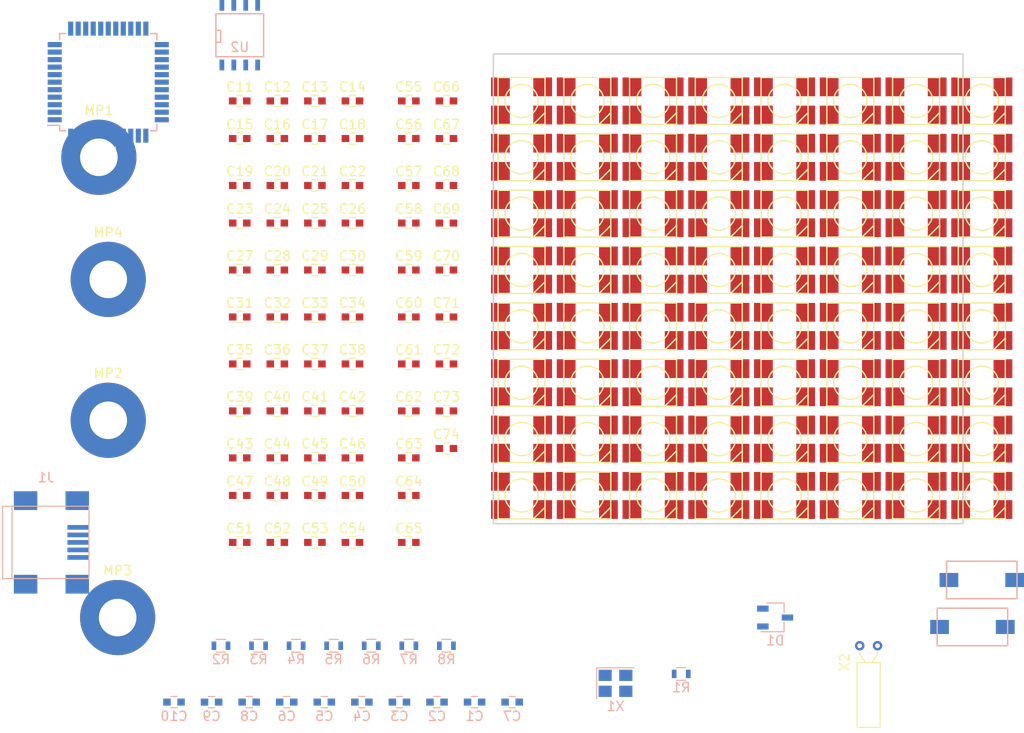
<source format=kicad_pcb>
(kicad_pcb (version 4) (host pcbnew 4.0.6)
  (layers (0 F.Cu signal) (31 B.Cu signal) (34 B.Paste user) (35 F.Paste user) (36 B.SilkS user) (37 F.SilkS user) (38 B.Mask user) (39 F.Mask user) (44 Edge.Cuts user))
  (net 0 "")
  (net 1 "Net-(C1-Pad1)")
  (net 2 GND)
  (net 3 "Net-(C2-Pad1)")
  (net 4 "Net-(C3-Pad2)")
  (net 5 "Net-(C4-Pad2)")
  (net 6 VCC)
  (net 7 /SDA)
  (net 8 /SCL)
  (net 9 /UDM)
  (net 10 /UDP)
  (net 11 "Net-(J1-Pad4)")
  (net 12 "Net-(MP1-Pad1)")
  (net 13 "Net-(MP2-Pad1)")
  (net 14 "Net-(MP3-Pad1)")
  (net 15 "Net-(MP4-Pad1)")
  (net 16 "Net-(R1-Pad2)")
  (net 17 "Net-(R2-Pad2)")
  (net 18 /SW_A)
  (net 19 /SW_B)
  (net 20 /HWB)
  (net 21 /RST)
  (net 22 /MFP)
  (net 23 "Net-(BT1-Pad1)")
  (net 24 "Net-(U2-Pad2)")
  (net 25 "Net-(U2-Pad1)")
  (net 26 "Net-(U1-Pad8)")
  (net 27 "Net-(U1-Pad9)")
  (net 28 /DI)
  (net 29 "Net-(U1-Pad11)")
  (net 30 "Net-(U1-Pad12)")
  (net 31 "Net-(U1-Pad20)")
  (net 32 "Net-(U1-Pad21)")
  (net 33 "Net-(U1-Pad22)")
  (net 34 "Net-(U1-Pad25)")
  (net 35 "Net-(U1-Pad28)")
  (net 36 "Net-(U1-Pad29)")
  (net 37 "Net-(U1-Pad30)")
  (net 38 "Net-(U1-Pad31)")
  (net 39 "Net-(U1-Pad32)")
  (net 40 "Net-(U1-Pad36)")
  (net 41 "Net-(U1-Pad37)")
  (net 42 "Net-(U1-Pad38)")
  (net 43 "Net-(U1-Pad39)")
  (net 44 "Net-(U3-Pad2)")
  (net 45 "Net-(U4-Pad2)")
  (net 46 "Net-(U5-Pad2)")
  (net 47 "Net-(U6-Pad2)")
  (net 48 "Net-(U7-Pad2)")
  (net 49 "Net-(U8-Pad2)")
  (net 50 "Net-(U10-Pad4)")
  (net 51 "Net-(U10-Pad2)")
  (net 52 "Net-(U11-Pad2)")
  (net 53 "Net-(U12-Pad2)")
  (net 54 "Net-(U13-Pad2)")
  (net 55 "Net-(U14-Pad2)")
  (net 56 "Net-(U15-Pad2)")
  (net 57 "Net-(U16-Pad2)")
  (net 58 "Net-(U17-Pad2)")
  (net 59 "Net-(U18-Pad2)")
  (net 60 "Net-(U19-Pad2)")
  (net 61 "Net-(U20-Pad2)")
  (net 62 "Net-(U21-Pad2)")
  (net 63 "Net-(U22-Pad2)")
  (net 64 "Net-(U23-Pad2)")
  (net 65 "Net-(U24-Pad2)")
  (net 66 "Net-(U25-Pad2)")
  (net 67 "Net-(U26-Pad2)")
  (net 68 "Net-(U27-Pad2)")
  (net 69 "Net-(U28-Pad2)")
  (net 70 "Net-(U29-Pad2)")
  (net 71 "Net-(U30-Pad2)")
  (net 72 "Net-(U31-Pad2)")
  (net 73 "Net-(U32-Pad2)")
  (net 74 "Net-(U33-Pad2)")
  (net 75 "Net-(U34-Pad2)")
  (net 76 "Net-(U35-Pad2)")
  (net 77 "Net-(U36-Pad2)")
  (net 78 "Net-(U37-Pad2)")
  (net 79 "Net-(U38-Pad2)")
  (net 80 "Net-(U39-Pad2)")
  (net 81 "Net-(U40-Pad2)")
  (net 82 "Net-(U41-Pad2)")
  (net 83 "Net-(U42-Pad2)")
  (net 84 "Net-(U43-Pad2)")
  (net 85 "Net-(U44-Pad2)")
  (net 86 "Net-(U45-Pad2)")
  (net 87 "Net-(U46-Pad2)")
  (net 88 "Net-(U47-Pad2)")
  (net 89 "Net-(U48-Pad2)")
  (net 90 "Net-(U49-Pad2)")
  (net 91 "Net-(U50-Pad2)")
  (net 92 "Net-(U51-Pad2)")
  (net 93 "Net-(U52-Pad2)")
  (net 94 "Net-(U53-Pad2)")
  (net 95 "Net-(U54-Pad2)")
  (net 96 "Net-(U55-Pad2)")
  (net 97 "Net-(U56-Pad2)")
  (net 98 "Net-(U57-Pad2)")
  (net 99 "Net-(U58-Pad2)")
  (net 100 "Net-(U59-Pad2)")
  (net 101 "Net-(U60-Pad2)")
  (net 102 "Net-(U61-Pad2)")
  (net 103 "Net-(U62-Pad2)")
  (net 104 "Net-(U63-Pad2)")
  (net 105 "Net-(U64-Pad2)")
  (net 106 "Net-(U65-Pad2)")
  (net 107 /DO)
  (module Capacitors_SMD:C_0603 (layer B.Cu) (at 151 129)
    (fp_text reference C1 (at 0 1.5) (layer B.SilkS) (effects (justify mirror)))
    (fp_text value 12pF)
    (pad 1 smd rect (at -0.75 0) (size 0.8 0.75) (layers B.Cu B.Paste B.Mask) (net 1 "Net-(C1-Pad1)"))
    (pad 2 smd rect (at 0.75 0) (size 0.8 0.75) (layers B.Cu B.Paste B.Mask) (net 2 GND))
  )
  (module Capacitors_SMD:C_0603 (layer B.Cu) (at 147 129)
    (fp_text reference C2 (at 0 1.5) (layer B.SilkS) (effects (justify mirror)))
    (fp_text value 12pF)
    (pad 1 smd rect (at -0.75 0) (size 0.8 0.75) (layers B.Cu B.Paste B.Mask) (net 3 "Net-(C2-Pad1)"))
    (pad 2 smd rect (at 0.75 0) (size 0.8 0.75) (layers B.Cu B.Paste B.Mask) (net 2 GND))
  )
  (module Capacitors_SMD:C_0603 (layer B.Cu) (at 143 129)
    (fp_text reference C3 (at 0 1.5) (layer B.SilkS) (effects (justify mirror)))
    (fp_text value 1uF)
    (pad 1 smd rect (at -0.75 0) (size 0.8 0.75) (layers B.Cu B.Paste B.Mask) (net 2 GND))
    (pad 2 smd rect (at 0.75 0) (size 0.8 0.75) (layers B.Cu B.Paste B.Mask) (net 4 "Net-(C3-Pad2)"))
  )
  (module Capacitors_SMD:C_0603 (layer B.Cu) (at 139 129)
    (fp_text reference C4 (at 0 1.5) (layer B.SilkS) (effects (justify mirror)))
    (fp_text value 0.1uF)
    (pad 1 smd rect (at -0.75 0) (size 0.8 0.75) (layers B.Cu B.Paste B.Mask) (net 2 GND))
    (pad 2 smd rect (at 0.75 0) (size 0.8 0.75) (layers B.Cu B.Paste B.Mask) (net 5 "Net-(C4-Pad2)"))
  )
  (module Capacitors_SMD:C_0603 (layer B.Cu) (at 135 129)
    (fp_text reference C5 (at 0 1.5) (layer B.SilkS) (effects (justify mirror)))
    (fp_text value ".1 uF")
    (pad 1 smd rect (at -0.75 0) (size 0.8 0.75) (layers B.Cu B.Paste B.Mask) (net 6 VCC))
    (pad 2 smd rect (at 0.75 0) (size 0.8 0.75) (layers B.Cu B.Paste B.Mask) (net 2 GND))
  )
  (module Capacitors_SMD:C_0603 (layer B.Cu) (at 131 129)
    (fp_text reference C6 (at 0 1.5) (layer B.SilkS) (effects (justify mirror)))
    (fp_text value ".1 uF")
    (pad 1 smd rect (at -0.75 0) (size 0.8 0.75) (layers B.Cu B.Paste B.Mask) (net 6 VCC))
    (pad 2 smd rect (at 0.75 0) (size 0.8 0.75) (layers B.Cu B.Paste B.Mask) (net 2 GND))
  )
  (module Capacitors_SMD:C_0603 (layer B.Cu) (at 155 129)
    (fp_text reference C7 (at 0 1.5) (layer B.SilkS) (effects (justify mirror)))
    (fp_text value ".1 uF")
    (pad 1 smd rect (at -0.75 0) (size 0.8 0.75) (layers B.Cu B.Paste B.Mask) (net 6 VCC))
    (pad 2 smd rect (at 0.75 0) (size 0.8 0.75) (layers B.Cu B.Paste B.Mask) (net 2 GND))
  )
  (module Capacitors_SMD:C_0603 (layer B.Cu) (at 127 129)
    (fp_text reference C8 (at 0 1.5) (layer B.SilkS) (effects (justify mirror)))
    (fp_text value ".1 uF")
    (pad 1 smd rect (at -0.75 0) (size 0.8 0.75) (layers B.Cu B.Paste B.Mask) (net 6 VCC))
    (pad 2 smd rect (at 0.75 0) (size 0.8 0.75) (layers B.Cu B.Paste B.Mask) (net 2 GND))
  )
  (module Capacitors_SMD:C_0603 (layer B.Cu) (at 123 129)
    (fp_text reference C9 (at 0 1.5) (layer B.SilkS) (effects (justify mirror)))
    (fp_text value ".1 uF")
    (pad 1 smd rect (at -0.75 0) (size 0.8 0.75) (layers B.Cu B.Paste B.Mask) (net 6 VCC))
    (pad 2 smd rect (at 0.75 0) (size 0.8 0.75) (layers B.Cu B.Paste B.Mask) (net 2 GND))
  )
  (module Capacitors_SMD:C_0603 (layer B.Cu) (at 119 129)
    (fp_text reference C10 (at 0 1.5) (layer B.SilkS) (effects (justify mirror)))
    (fp_text value ".1 uF")
    (pad 1 smd rect (at -0.75 0) (size 0.8 0.75) (layers B.Cu B.Paste B.Mask) (net 6 VCC))
    (pad 2 smd rect (at 0.75 0) (size 0.8 0.75) (layers B.Cu B.Paste B.Mask) (net 2 GND))
  )
  (module Capacitors_SMD:C_0603 (layer F.Cu) (at 126 65)
    (fp_text reference C11 (at 0 -1.5) (layer F.SilkS))
    (fp_text value 0.1uF)
    (pad 1 smd rect (at -0.75 0) (size 0.8 0.75) (layers F.Cu F.Paste F.Mask) (net 2 GND))
    (pad 2 smd rect (at 0.75 0) (size 0.8 0.75) (layers F.Cu F.Paste F.Mask) (net 6 VCC))
  )
  (module Capacitors_SMD:C_0603 (layer F.Cu) (at 130 65)
    (fp_text reference C12 (at 0 -1.5) (layer F.SilkS))
    (fp_text value 0.1uF)
    (pad 1 smd rect (at -0.75 0) (size 0.8 0.75) (layers F.Cu F.Paste F.Mask) (net 2 GND))
    (pad 2 smd rect (at 0.75 0) (size 0.8 0.75) (layers F.Cu F.Paste F.Mask) (net 6 VCC))
  )
  (module Capacitors_SMD:C_0603 (layer F.Cu) (at 134 65)
    (fp_text reference C13 (at 0 -1.5) (layer F.SilkS))
    (fp_text value 0.1uF)
    (pad 1 smd rect (at -0.75 0) (size 0.8 0.75) (layers F.Cu F.Paste F.Mask) (net 2 GND))
    (pad 2 smd rect (at 0.75 0) (size 0.8 0.75) (layers F.Cu F.Paste F.Mask) (net 6 VCC))
  )
  (module Capacitors_SMD:C_0603 (layer F.Cu) (at 138 65)
    (fp_text reference C14 (at 0 -1.5) (layer F.SilkS))
    (fp_text value 0.1uF)
    (pad 1 smd rect (at -0.75 0) (size 0.8 0.75) (layers F.Cu F.Paste F.Mask) (net 2 GND))
    (pad 2 smd rect (at 0.75 0) (size 0.8 0.75) (layers F.Cu F.Paste F.Mask) (net 6 VCC))
  )
  (module Capacitors_SMD:C_0603 (layer F.Cu) (at 126 69)
    (fp_text reference C15 (at 0 -1.5) (layer F.SilkS))
    (fp_text value 0.1uF)
    (pad 1 smd rect (at -0.75 0) (size 0.8 0.75) (layers F.Cu F.Paste F.Mask) (net 2 GND))
    (pad 2 smd rect (at 0.75 0) (size 0.8 0.75) (layers F.Cu F.Paste F.Mask) (net 6 VCC))
  )
  (module Capacitors_SMD:C_0603 (layer F.Cu) (at 130 69)
    (fp_text reference C16 (at 0 -1.5) (layer F.SilkS))
    (fp_text value 0.1uF)
    (pad 1 smd rect (at -0.75 0) (size 0.8 0.75) (layers F.Cu F.Paste F.Mask) (net 2 GND))
    (pad 2 smd rect (at 0.75 0) (size 0.8 0.75) (layers F.Cu F.Paste F.Mask) (net 6 VCC))
  )
  (module Capacitors_SMD:C_0603 (layer F.Cu) (at 134 69)
    (fp_text reference C17 (at 0 -1.5) (layer F.SilkS))
    (fp_text value 0.1uF)
    (pad 1 smd rect (at -0.75 0) (size 0.8 0.75) (layers F.Cu F.Paste F.Mask) (net 2 GND))
    (pad 2 smd rect (at 0.75 0) (size 0.8 0.75) (layers F.Cu F.Paste F.Mask) (net 6 VCC))
  )
  (module Capacitors_SMD:C_0603 (layer F.Cu) (at 138 69)
    (fp_text reference C18 (at 0 -1.5) (layer F.SilkS))
    (fp_text value 0.1uF)
    (pad 1 smd rect (at -0.75 0) (size 0.8 0.75) (layers F.Cu F.Paste F.Mask) (net 2 GND))
    (pad 2 smd rect (at 0.75 0) (size 0.8 0.75) (layers F.Cu F.Paste F.Mask) (net 6 VCC))
  )
  (module Capacitors_SMD:C_0603 (layer F.Cu) (at 126 74)
    (fp_text reference C19 (at 0 -1.5) (layer F.SilkS))
    (fp_text value 0.1uF)
    (pad 1 smd rect (at -0.75 0) (size 0.8 0.75) (layers F.Cu F.Paste F.Mask) (net 2 GND))
    (pad 2 smd rect (at 0.75 0) (size 0.8 0.75) (layers F.Cu F.Paste F.Mask) (net 6 VCC))
  )
  (module Capacitors_SMD:C_0603 (layer F.Cu) (at 130 74)
    (fp_text reference C20 (at 0 -1.5) (layer F.SilkS))
    (fp_text value 0.1uF)
    (pad 1 smd rect (at -0.75 0) (size 0.8 0.75) (layers F.Cu F.Paste F.Mask) (net 2 GND))
    (pad 2 smd rect (at 0.75 0) (size 0.8 0.75) (layers F.Cu F.Paste F.Mask) (net 6 VCC))
  )
  (module Capacitors_SMD:C_0603 (layer F.Cu) (at 134 74)
    (fp_text reference C21 (at 0 -1.5) (layer F.SilkS))
    (fp_text value 0.1uF)
    (pad 1 smd rect (at -0.75 0) (size 0.8 0.75) (layers F.Cu F.Paste F.Mask) (net 2 GND))
    (pad 2 smd rect (at 0.75 0) (size 0.8 0.75) (layers F.Cu F.Paste F.Mask) (net 6 VCC))
  )
  (module Capacitors_SMD:C_0603 (layer F.Cu) (at 138 74)
    (fp_text reference C22 (at 0 -1.5) (layer F.SilkS))
    (fp_text value 0.1uF)
    (pad 1 smd rect (at -0.75 0) (size 0.8 0.75) (layers F.Cu F.Paste F.Mask) (net 2 GND))
    (pad 2 smd rect (at 0.75 0) (size 0.8 0.75) (layers F.Cu F.Paste F.Mask) (net 6 VCC))
  )
  (module Capacitors_SMD:C_0603 (layer F.Cu) (at 126 78)
    (fp_text reference C23 (at 0 -1.5) (layer F.SilkS))
    (fp_text value 0.1uF)
    (pad 1 smd rect (at -0.75 0) (size 0.8 0.75) (layers F.Cu F.Paste F.Mask) (net 2 GND))
    (pad 2 smd rect (at 0.75 0) (size 0.8 0.75) (layers F.Cu F.Paste F.Mask) (net 6 VCC))
  )
  (module Capacitors_SMD:C_0603 (layer F.Cu) (at 130 78)
    (fp_text reference C24 (at 0 -1.5) (layer F.SilkS))
    (fp_text value 0.1uF)
    (pad 1 smd rect (at -0.75 0) (size 0.8 0.75) (layers F.Cu F.Paste F.Mask) (net 2 GND))
    (pad 2 smd rect (at 0.75 0) (size 0.8 0.75) (layers F.Cu F.Paste F.Mask) (net 6 VCC))
  )
  (module Capacitors_SMD:C_0603 (layer F.Cu) (at 134 78)
    (fp_text reference C25 (at 0 -1.5) (layer F.SilkS))
    (fp_text value 0.1uF)
    (pad 1 smd rect (at -0.75 0) (size 0.8 0.75) (layers F.Cu F.Paste F.Mask) (net 2 GND))
    (pad 2 smd rect (at 0.75 0) (size 0.8 0.75) (layers F.Cu F.Paste F.Mask) (net 6 VCC))
  )
  (module Capacitors_SMD:C_0603 (layer F.Cu) (at 138 78)
    (fp_text reference C26 (at 0 -1.5) (layer F.SilkS))
    (fp_text value 0.1uF)
    (pad 1 smd rect (at -0.75 0) (size 0.8 0.75) (layers F.Cu F.Paste F.Mask) (net 2 GND))
    (pad 2 smd rect (at 0.75 0) (size 0.8 0.75) (layers F.Cu F.Paste F.Mask) (net 6 VCC))
  )
  (module Capacitors_SMD:C_0603 (layer F.Cu) (at 126 83)
    (fp_text reference C27 (at 0 -1.5) (layer F.SilkS))
    (fp_text value 0.1uF)
    (pad 1 smd rect (at -0.75 0) (size 0.8 0.75) (layers F.Cu F.Paste F.Mask) (net 2 GND))
    (pad 2 smd rect (at 0.75 0) (size 0.8 0.75) (layers F.Cu F.Paste F.Mask) (net 6 VCC))
  )
  (module Capacitors_SMD:C_0603 (layer F.Cu) (at 130 83)
    (fp_text reference C28 (at 0 -1.5) (layer F.SilkS))
    (fp_text value 0.1uF)
    (pad 1 smd rect (at -0.75 0) (size 0.8 0.75) (layers F.Cu F.Paste F.Mask) (net 2 GND))
    (pad 2 smd rect (at 0.75 0) (size 0.8 0.75) (layers F.Cu F.Paste F.Mask) (net 6 VCC))
  )
  (module Capacitors_SMD:C_0603 (layer F.Cu) (at 134 83)
    (fp_text reference C29 (at 0 -1.5) (layer F.SilkS))
    (fp_text value 0.1uF)
    (pad 1 smd rect (at -0.75 0) (size 0.8 0.75) (layers F.Cu F.Paste F.Mask) (net 2 GND))
    (pad 2 smd rect (at 0.75 0) (size 0.8 0.75) (layers F.Cu F.Paste F.Mask) (net 6 VCC))
  )
  (module Capacitors_SMD:C_0603 (layer F.Cu) (at 138 83)
    (fp_text reference C30 (at 0 -1.5) (layer F.SilkS))
    (fp_text value 0.1uF)
    (pad 1 smd rect (at -0.75 0) (size 0.8 0.75) (layers F.Cu F.Paste F.Mask) (net 2 GND))
    (pad 2 smd rect (at 0.75 0) (size 0.8 0.75) (layers F.Cu F.Paste F.Mask) (net 6 VCC))
  )
  (module Capacitors_SMD:C_0603 (layer F.Cu) (at 126 88)
    (fp_text reference C31 (at 0 -1.5) (layer F.SilkS))
    (fp_text value 0.1uF)
    (pad 1 smd rect (at -0.75 0) (size 0.8 0.75) (layers F.Cu F.Paste F.Mask) (net 2 GND))
    (pad 2 smd rect (at 0.75 0) (size 0.8 0.75) (layers F.Cu F.Paste F.Mask) (net 6 VCC))
  )
  (module Capacitors_SMD:C_0603 (layer F.Cu) (at 130 88)
    (fp_text reference C32 (at 0 -1.5) (layer F.SilkS))
    (fp_text value 0.1uF)
    (pad 1 smd rect (at -0.75 0) (size 0.8 0.75) (layers F.Cu F.Paste F.Mask) (net 2 GND))
    (pad 2 smd rect (at 0.75 0) (size 0.8 0.75) (layers F.Cu F.Paste F.Mask) (net 6 VCC))
  )
  (module Capacitors_SMD:C_0603 (layer F.Cu) (at 134 88)
    (fp_text reference C33 (at 0 -1.5) (layer F.SilkS))
    (fp_text value 0.1uF)
    (pad 1 smd rect (at -0.75 0) (size 0.8 0.75) (layers F.Cu F.Paste F.Mask) (net 2 GND))
    (pad 2 smd rect (at 0.75 0) (size 0.8 0.75) (layers F.Cu F.Paste F.Mask) (net 6 VCC))
  )
  (module Capacitors_SMD:C_0603 (layer F.Cu) (at 138 88)
    (fp_text reference C34 (at 0 -1.5) (layer F.SilkS))
    (fp_text value 0.1uF)
    (pad 1 smd rect (at -0.75 0) (size 0.8 0.75) (layers F.Cu F.Paste F.Mask) (net 2 GND))
    (pad 2 smd rect (at 0.75 0) (size 0.8 0.75) (layers F.Cu F.Paste F.Mask) (net 6 VCC))
  )
  (module Capacitors_SMD:C_0603 (layer F.Cu) (at 126 93)
    (fp_text reference C35 (at 0 -1.5) (layer F.SilkS))
    (fp_text value 0.1uF)
    (pad 1 smd rect (at -0.75 0) (size 0.8 0.75) (layers F.Cu F.Paste F.Mask) (net 2 GND))
    (pad 2 smd rect (at 0.75 0) (size 0.8 0.75) (layers F.Cu F.Paste F.Mask) (net 6 VCC))
  )
  (module Capacitors_SMD:C_0603 (layer F.Cu) (at 130 93)
    (fp_text reference C36 (at 0 -1.5) (layer F.SilkS))
    (fp_text value 0.1uF)
    (pad 1 smd rect (at -0.75 0) (size 0.8 0.75) (layers F.Cu F.Paste F.Mask) (net 2 GND))
    (pad 2 smd rect (at 0.75 0) (size 0.8 0.75) (layers F.Cu F.Paste F.Mask) (net 6 VCC))
  )
  (module Capacitors_SMD:C_0603 (layer F.Cu) (at 134 93)
    (fp_text reference C37 (at 0 -1.5) (layer F.SilkS))
    (fp_text value 0.1uF)
    (pad 1 smd rect (at -0.75 0) (size 0.8 0.75) (layers F.Cu F.Paste F.Mask) (net 2 GND))
    (pad 2 smd rect (at 0.75 0) (size 0.8 0.75) (layers F.Cu F.Paste F.Mask) (net 6 VCC))
  )
  (module Capacitors_SMD:C_0603 (layer F.Cu) (at 138 93)
    (fp_text reference C38 (at 0 -1.5) (layer F.SilkS))
    (fp_text value 0.1uF)
    (pad 1 smd rect (at -0.75 0) (size 0.8 0.75) (layers F.Cu F.Paste F.Mask) (net 2 GND))
    (pad 2 smd rect (at 0.75 0) (size 0.8 0.75) (layers F.Cu F.Paste F.Mask) (net 6 VCC))
  )
  (module Capacitors_SMD:C_0603 (layer F.Cu) (at 126 98)
    (fp_text reference C39 (at 0 -1.5) (layer F.SilkS))
    (fp_text value 0.1uF)
    (pad 1 smd rect (at -0.75 0) (size 0.8 0.75) (layers F.Cu F.Paste F.Mask) (net 2 GND))
    (pad 2 smd rect (at 0.75 0) (size 0.8 0.75) (layers F.Cu F.Paste F.Mask) (net 6 VCC))
  )
  (module Capacitors_SMD:C_0603 (layer F.Cu) (at 130 98)
    (fp_text reference C40 (at 0 -1.5) (layer F.SilkS))
    (fp_text value 0.1uF)
    (pad 1 smd rect (at -0.75 0) (size 0.8 0.75) (layers F.Cu F.Paste F.Mask) (net 2 GND))
    (pad 2 smd rect (at 0.75 0) (size 0.8 0.75) (layers F.Cu F.Paste F.Mask) (net 6 VCC))
  )
  (module Capacitors_SMD:C_0603 (layer F.Cu) (at 134 98)
    (fp_text reference C41 (at 0 -1.5) (layer F.SilkS))
    (fp_text value 0.1uF)
    (pad 1 smd rect (at -0.75 0) (size 0.8 0.75) (layers F.Cu F.Paste F.Mask) (net 2 GND))
    (pad 2 smd rect (at 0.75 0) (size 0.8 0.75) (layers F.Cu F.Paste F.Mask) (net 6 VCC))
  )
  (module Capacitors_SMD:C_0603 (layer F.Cu) (at 138 98)
    (fp_text reference C42 (at 0 -1.5) (layer F.SilkS))
    (fp_text value 0.1uF)
    (pad 1 smd rect (at -0.75 0) (size 0.8 0.75) (layers F.Cu F.Paste F.Mask) (net 2 GND))
    (pad 2 smd rect (at 0.75 0) (size 0.8 0.75) (layers F.Cu F.Paste F.Mask) (net 6 VCC))
  )
  (module Capacitors_SMD:C_0603 (layer F.Cu) (at 126 103)
    (fp_text reference C43 (at 0 -1.5) (layer F.SilkS))
    (fp_text value 0.1uF)
    (pad 1 smd rect (at -0.75 0) (size 0.8 0.75) (layers F.Cu F.Paste F.Mask) (net 2 GND))
    (pad 2 smd rect (at 0.75 0) (size 0.8 0.75) (layers F.Cu F.Paste F.Mask) (net 6 VCC))
  )
  (module Capacitors_SMD:C_0603 (layer F.Cu) (at 130 103)
    (fp_text reference C44 (at 0 -1.5) (layer F.SilkS))
    (fp_text value 0.1uF)
    (pad 1 smd rect (at -0.75 0) (size 0.8 0.75) (layers F.Cu F.Paste F.Mask) (net 2 GND))
    (pad 2 smd rect (at 0.75 0) (size 0.8 0.75) (layers F.Cu F.Paste F.Mask) (net 6 VCC))
  )
  (module Capacitors_SMD:C_0603 (layer F.Cu) (at 134 103)
    (fp_text reference C45 (at 0 -1.5) (layer F.SilkS))
    (fp_text value 0.1uF)
    (pad 1 smd rect (at -0.75 0) (size 0.8 0.75) (layers F.Cu F.Paste F.Mask) (net 2 GND))
    (pad 2 smd rect (at 0.75 0) (size 0.8 0.75) (layers F.Cu F.Paste F.Mask) (net 6 VCC))
  )
  (module Capacitors_SMD:C_0603 (layer F.Cu) (at 138 103)
    (fp_text reference C46 (at 0 -1.5) (layer F.SilkS))
    (fp_text value 0.1uF)
    (pad 1 smd rect (at -0.75 0) (size 0.8 0.75) (layers F.Cu F.Paste F.Mask) (net 2 GND))
    (pad 2 smd rect (at 0.75 0) (size 0.8 0.75) (layers F.Cu F.Paste F.Mask) (net 6 VCC))
  )
  (module Capacitors_SMD:C_0603 (layer F.Cu) (at 126 107)
    (fp_text reference C47 (at 0 -1.5) (layer F.SilkS))
    (fp_text value 0.1uF)
    (pad 1 smd rect (at -0.75 0) (size 0.8 0.75) (layers F.Cu F.Paste F.Mask) (net 2 GND))
    (pad 2 smd rect (at 0.75 0) (size 0.8 0.75) (layers F.Cu F.Paste F.Mask) (net 6 VCC))
  )
  (module Capacitors_SMD:C_0603 (layer F.Cu) (at 130 107)
    (fp_text reference C48 (at 0 -1.5) (layer F.SilkS))
    (fp_text value 0.1uF)
    (pad 1 smd rect (at -0.75 0) (size 0.8 0.75) (layers F.Cu F.Paste F.Mask) (net 2 GND))
    (pad 2 smd rect (at 0.75 0) (size 0.8 0.75) (layers F.Cu F.Paste F.Mask) (net 6 VCC))
  )
  (module Capacitors_SMD:C_0603 (layer F.Cu) (at 134 107)
    (fp_text reference C49 (at 0 -1.5) (layer F.SilkS))
    (fp_text value 0.1uF)
    (pad 1 smd rect (at -0.75 0) (size 0.8 0.75) (layers F.Cu F.Paste F.Mask) (net 2 GND))
    (pad 2 smd rect (at 0.75 0) (size 0.8 0.75) (layers F.Cu F.Paste F.Mask) (net 6 VCC))
  )
  (module Capacitors_SMD:C_0603 (layer F.Cu) (at 138 107)
    (fp_text reference C50 (at 0 -1.5) (layer F.SilkS))
    (fp_text value 0.1uF)
    (pad 1 smd rect (at -0.75 0) (size 0.8 0.75) (layers F.Cu F.Paste F.Mask) (net 2 GND))
    (pad 2 smd rect (at 0.75 0) (size 0.8 0.75) (layers F.Cu F.Paste F.Mask) (net 6 VCC))
  )
  (module Capacitors_SMD:C_0603 (layer F.Cu) (at 126 112)
    (fp_text reference C51 (at 0 -1.5) (layer F.SilkS))
    (fp_text value 0.1uF)
    (pad 1 smd rect (at -0.75 0) (size 0.8 0.75) (layers F.Cu F.Paste F.Mask) (net 2 GND))
    (pad 2 smd rect (at 0.75 0) (size 0.8 0.75) (layers F.Cu F.Paste F.Mask) (net 6 VCC))
  )
  (module Capacitors_SMD:C_0603 (layer F.Cu) (at 130 112)
    (fp_text reference C52 (at 0 -1.5) (layer F.SilkS))
    (fp_text value 0.1uF)
    (pad 1 smd rect (at -0.75 0) (size 0.8 0.75) (layers F.Cu F.Paste F.Mask) (net 2 GND))
    (pad 2 smd rect (at 0.75 0) (size 0.8 0.75) (layers F.Cu F.Paste F.Mask) (net 6 VCC))
  )
  (module Capacitors_SMD:C_0603 (layer F.Cu) (at 134 112)
    (fp_text reference C53 (at 0 -1.5) (layer F.SilkS))
    (fp_text value 0.1uF)
    (pad 1 smd rect (at -0.75 0) (size 0.8 0.75) (layers F.Cu F.Paste F.Mask) (net 2 GND))
    (pad 2 smd rect (at 0.75 0) (size 0.8 0.75) (layers F.Cu F.Paste F.Mask) (net 6 VCC))
  )
  (module Capacitors_SMD:C_0603 (layer F.Cu) (at 138 112)
    (fp_text reference C54 (at 0 -1.5) (layer F.SilkS))
    (fp_text value 0.1uF)
    (pad 1 smd rect (at -0.75 0) (size 0.8 0.75) (layers F.Cu F.Paste F.Mask) (net 2 GND))
    (pad 2 smd rect (at 0.75 0) (size 0.8 0.75) (layers F.Cu F.Paste F.Mask) (net 6 VCC))
  )
  (module Capacitors_SMD:C_0603 (layer F.Cu) (at 144 65)
    (fp_text reference C55 (at 0 -1.5) (layer F.SilkS))
    (fp_text value 0.1uF)
    (pad 1 smd rect (at -0.75 0) (size 0.8 0.75) (layers F.Cu F.Paste F.Mask) (net 2 GND))
    (pad 2 smd rect (at 0.75 0) (size 0.8 0.75) (layers F.Cu F.Paste F.Mask) (net 6 VCC))
  )
  (module Capacitors_SMD:C_0603 (layer F.Cu) (at 144 69)
    (fp_text reference C56 (at 0 -1.5) (layer F.SilkS))
    (fp_text value 0.1uF)
    (pad 1 smd rect (at -0.75 0) (size 0.8 0.75) (layers F.Cu F.Paste F.Mask) (net 2 GND))
    (pad 2 smd rect (at 0.75 0) (size 0.8 0.75) (layers F.Cu F.Paste F.Mask) (net 6 VCC))
  )
  (module Capacitors_SMD:C_0603 (layer F.Cu) (at 144 74)
    (fp_text reference C57 (at 0 -1.5) (layer F.SilkS))
    (fp_text value 0.1uF)
    (pad 1 smd rect (at -0.75 0) (size 0.8 0.75) (layers F.Cu F.Paste F.Mask) (net 2 GND))
    (pad 2 smd rect (at 0.75 0) (size 0.8 0.75) (layers F.Cu F.Paste F.Mask) (net 6 VCC))
  )
  (module Capacitors_SMD:C_0603 (layer F.Cu) (at 144 78)
    (fp_text reference C58 (at 0 -1.5) (layer F.SilkS))
    (fp_text value 0.1uF)
    (pad 1 smd rect (at -0.75 0) (size 0.8 0.75) (layers F.Cu F.Paste F.Mask) (net 2 GND))
    (pad 2 smd rect (at 0.75 0) (size 0.8 0.75) (layers F.Cu F.Paste F.Mask) (net 6 VCC))
  )
  (module Capacitors_SMD:C_0603 (layer F.Cu) (at 144 83)
    (fp_text reference C59 (at 0 -1.5) (layer F.SilkS))
    (fp_text value 0.1uF)
    (pad 1 smd rect (at -0.75 0) (size 0.8 0.75) (layers F.Cu F.Paste F.Mask) (net 2 GND))
    (pad 2 smd rect (at 0.75 0) (size 0.8 0.75) (layers F.Cu F.Paste F.Mask) (net 6 VCC))
  )
  (module Capacitors_SMD:C_0603 (layer F.Cu) (at 144 88)
    (fp_text reference C60 (at 0 -1.5) (layer F.SilkS))
    (fp_text value 0.1uF)
    (pad 1 smd rect (at -0.75 0) (size 0.8 0.75) (layers F.Cu F.Paste F.Mask) (net 2 GND))
    (pad 2 smd rect (at 0.75 0) (size 0.8 0.75) (layers F.Cu F.Paste F.Mask) (net 6 VCC))
  )
  (module Capacitors_SMD:C_0603 (layer F.Cu) (at 144 93)
    (fp_text reference C61 (at 0 -1.5) (layer F.SilkS))
    (fp_text value 0.1uF)
    (pad 1 smd rect (at -0.75 0) (size 0.8 0.75) (layers F.Cu F.Paste F.Mask) (net 2 GND))
    (pad 2 smd rect (at 0.75 0) (size 0.8 0.75) (layers F.Cu F.Paste F.Mask) (net 6 VCC))
  )
  (module Capacitors_SMD:C_0603 (layer F.Cu) (at 144 98)
    (fp_text reference C62 (at 0 -1.5) (layer F.SilkS))
    (fp_text value 0.1uF)
    (pad 1 smd rect (at -0.75 0) (size 0.8 0.75) (layers F.Cu F.Paste F.Mask) (net 2 GND))
    (pad 2 smd rect (at 0.75 0) (size 0.8 0.75) (layers F.Cu F.Paste F.Mask) (net 6 VCC))
  )
  (module Capacitors_SMD:C_0603 (layer F.Cu) (at 144 103)
    (fp_text reference C63 (at 0 -1.5) (layer F.SilkS))
    (fp_text value 0.1uF)
    (pad 1 smd rect (at -0.75 0) (size 0.8 0.75) (layers F.Cu F.Paste F.Mask) (net 2 GND))
    (pad 2 smd rect (at 0.75 0) (size 0.8 0.75) (layers F.Cu F.Paste F.Mask) (net 6 VCC))
  )
  (module Capacitors_SMD:C_0603 (layer F.Cu) (at 144 107)
    (fp_text reference C64 (at 0 -1.5) (layer F.SilkS))
    (fp_text value 0.1uF)
    (pad 1 smd rect (at -0.75 0) (size 0.8 0.75) (layers F.Cu F.Paste F.Mask) (net 2 GND))
    (pad 2 smd rect (at 0.75 0) (size 0.8 0.75) (layers F.Cu F.Paste F.Mask) (net 6 VCC))
  )
  (module Capacitors_SMD:C_0603 (layer F.Cu) (at 144 112)
    (fp_text reference C65 (at 0 -1.5) (layer F.SilkS))
    (fp_text value 0.1uF)
    (pad 1 smd rect (at -0.75 0) (size 0.8 0.75) (layers F.Cu F.Paste F.Mask) (net 2 GND))
    (pad 2 smd rect (at 0.75 0) (size 0.8 0.75) (layers F.Cu F.Paste F.Mask) (net 6 VCC))
  )
  (module Capacitors_SMD:C_0603 (layer F.Cu) (at 148 65)
    (fp_text reference C66 (at 0 -1.5) (layer F.SilkS))
    (fp_text value 0.1uF)
    (pad 1 smd rect (at -0.75 0) (size 0.8 0.75) (layers F.Cu F.Paste F.Mask) (net 2 GND))
    (pad 2 smd rect (at 0.75 0) (size 0.8 0.75) (layers F.Cu F.Paste F.Mask) (net 6 VCC))
  )
  (module Capacitors_SMD:C_0603 (layer F.Cu) (at 148 69)
    (fp_text reference C67 (at 0 -1.5) (layer F.SilkS))
    (fp_text value 0.1uF)
    (pad 1 smd rect (at -0.75 0) (size 0.8 0.75) (layers F.Cu F.Paste F.Mask) (net 2 GND))
    (pad 2 smd rect (at 0.75 0) (size 0.8 0.75) (layers F.Cu F.Paste F.Mask) (net 6 VCC))
  )
  (module Capacitors_SMD:C_0603 (layer F.Cu) (at 148 74)
    (fp_text reference C68 (at 0 -1.5) (layer F.SilkS))
    (fp_text value 0.1uF)
    (pad 1 smd rect (at -0.75 0) (size 0.8 0.75) (layers F.Cu F.Paste F.Mask) (net 2 GND))
    (pad 2 smd rect (at 0.75 0) (size 0.8 0.75) (layers F.Cu F.Paste F.Mask) (net 6 VCC))
  )
  (module Capacitors_SMD:C_0603 (layer F.Cu) (at 148 78)
    (fp_text reference C69 (at 0 -1.5) (layer F.SilkS))
    (fp_text value 0.1uF)
    (pad 1 smd rect (at -0.75 0) (size 0.8 0.75) (layers F.Cu F.Paste F.Mask) (net 2 GND))
    (pad 2 smd rect (at 0.75 0) (size 0.8 0.75) (layers F.Cu F.Paste F.Mask) (net 6 VCC))
  )
  (module Capacitors_SMD:C_0603 (layer F.Cu) (at 148 83)
    (fp_text reference C70 (at 0 -1.5) (layer F.SilkS))
    (fp_text value 0.1uF)
    (pad 1 smd rect (at -0.75 0) (size 0.8 0.75) (layers F.Cu F.Paste F.Mask) (net 2 GND))
    (pad 2 smd rect (at 0.75 0) (size 0.8 0.75) (layers F.Cu F.Paste F.Mask) (net 6 VCC))
  )
  (module Capacitors_SMD:C_0603 (layer F.Cu) (at 148 88)
    (fp_text reference C71 (at 0 -1.5) (layer F.SilkS))
    (fp_text value 0.1uF)
    (pad 1 smd rect (at -0.75 0) (size 0.8 0.75) (layers F.Cu F.Paste F.Mask) (net 2 GND))
    (pad 2 smd rect (at 0.75 0) (size 0.8 0.75) (layers F.Cu F.Paste F.Mask) (net 6 VCC))
  )
  (module Capacitors_SMD:C_0603 (layer F.Cu) (at 148 93)
    (fp_text reference C72 (at 0 -1.5) (layer F.SilkS))
    (fp_text value 0.1uF)
    (pad 1 smd rect (at -0.75 0) (size 0.8 0.75) (layers F.Cu F.Paste F.Mask) (net 2 GND))
    (pad 2 smd rect (at 0.75 0) (size 0.8 0.75) (layers F.Cu F.Paste F.Mask) (net 6 VCC))
  )
  (module Capacitors_SMD:C_0603 (layer F.Cu) (at 148 98)
    (fp_text reference C73 (at 0 -1.5) (layer F.SilkS))
    (fp_text value 0.1uF)
    (pad 1 smd rect (at -0.75 0) (size 0.8 0.75) (layers F.Cu F.Paste F.Mask) (net 2 GND))
    (pad 2 smd rect (at 0.75 0) (size 0.8 0.75) (layers F.Cu F.Paste F.Mask) (net 6 VCC))
  )
  (module Capacitors_SMD:C_0603 (layer F.Cu) (at 148 102)
    (fp_text reference C74 (at 0 -1.5) (layer F.SilkS))
    (fp_text value 0.1uF)
    (pad 1 smd rect (at -0.75 0) (size 0.8 0.75) (layers F.Cu F.Paste F.Mask) (net 2 GND))
    (pad 2 smd rect (at 0.75 0) (size 0.8 0.75) (layers F.Cu F.Paste F.Mask) (net 6 VCC))
  )
  (module TO_SOT_Packages_SMD:TSOT-23 (layer B.Cu) (at 183 120)
    (fp_text reference D1 (at 0 2.45) (layer B.SilkS) (effects (justify mirror)))
    (fp_text value TVS_BIDIRECTIONAL_2CH)
    (pad 1 smd rect (at -1.31 0.95) (size 1.22 0.65) (layers B.Cu B.Paste B.Mask) (net 7 /SDA))
    (pad 2 smd rect (at -1.31 -0.95) (size 1.22 0.65) (layers B.Cu B.Paste B.Mask) (net 8 /SCL))
    (pad 3 smd rect (at 1.31 0) (size 1.22 0.65) (layers B.Cu B.Paste B.Mask) (net 2 GND))
  )
  (module Connectors:USB_Mini-B (layer B.Cu) (at 106 112)
    (fp_text reference J1 (at -0.65 -6.9) (layer B.SilkS) (effects (justify mirror)))
    (fp_text value USB_OTG)
    (pad 1 smd rect (at 2.8 1.6) (size 2.3 0.5) (layers B.Cu B.Paste B.Mask) (net 6 VCC))
    (pad 2 smd rect (at 2.8 0.8) (size 2.3 0.5) (layers B.Cu B.Paste B.Mask) (net 9 /UDM))
    (pad 3 smd rect (at 2.8 0) (size 2.3 0.5) (layers B.Cu B.Paste B.Mask) (net 10 /UDP))
    (pad 4 smd rect (at 2.8 -0.8) (size 2.3 0.5) (layers B.Cu B.Paste B.Mask) (net 11 "Net-(J1-Pad4)"))
    (pad 5 smd rect (at 2.8 -1.6) (size 2.3 0.5) (layers B.Cu B.Paste B.Mask) (net 2 GND))
    (pad 6 smd rect (at 2.7 4.45) (size 2.5 2) (layers B.Cu B.Paste B.Mask) (net 2 GND))
    (pad 6 smd rect (at -2.8 4.45) (size 2.5 2) (layers B.Cu B.Paste B.Mask) (net 2 GND))
    (pad 6 smd rect (at 2.7 -4.45) (size 2.5 2) (layers B.Cu B.Paste B.Mask) (net 2 GND))
    (pad 6 smd rect (at -2.8 -4.45) (size 2.5 2) (layers B.Cu B.Paste B.Mask) (net 2 GND))
    (pad "" np_thru_hole circle (at 0.2 2.2) (size 0.9 0.9) (drill 0.9) (layers *.Cu *.Mask))
    (pad "" np_thru_hole circle (at 0.2 -2.2) (size 0.9 0.9) (drill 0.9) (layers *.Cu *.Mask))
  )
  (module Mounting_Holes:MountingHole_4mm_Pad (layer F.Cu) (at 111 71)
    (fp_text reference MP1 (at 0 -5) (layer F.SilkS))
    (fp_text value MOUNTING_HOLE)
    (pad 1 thru_hole circle (at 0 0) (size 8 8) (drill 4) (layers *.Cu *.Mask) (net 12 "Net-(MP1-Pad1)"))
  )
  (module Mounting_Holes:MountingHole_4mm_Pad (layer F.Cu) (at 112 99)
    (fp_text reference MP2 (at 0 -5) (layer F.SilkS))
    (fp_text value MOUNTING_HOLE)
    (pad 1 thru_hole circle (at 0 0) (size 8 8) (drill 4) (layers *.Cu *.Mask) (net 13 "Net-(MP2-Pad1)"))
  )
  (module Mounting_Holes:MountingHole_4mm_Pad (layer F.Cu) (at 113 120)
    (fp_text reference MP3 (at 0 -5) (layer F.SilkS))
    (fp_text value MOUNTING_HOLE)
    (pad 1 thru_hole circle (at 0 0) (size 8 8) (drill 4) (layers *.Cu *.Mask) (net 14 "Net-(MP3-Pad1)"))
  )
  (module Mounting_Holes:MountingHole_4mm_Pad (layer F.Cu) (at 112 84)
    (fp_text reference MP4 (at 0 -5) (layer F.SilkS))
    (fp_text value MOUNTING_HOLE)
    (pad 1 thru_hole circle (at 0 0) (size 8 8) (drill 4) (layers *.Cu *.Mask) (net 15 "Net-(MP4-Pad1)"))
  )
  (module Resistors_SMD:R_0603 (layer B.Cu) (at 173 126)
    (fp_text reference R1 (at 0 1.45) (layer B.SilkS) (effects (justify mirror)))
    (fp_text value 22)
    (pad 1 smd rect (at -0.75 0) (size 0.5 0.9) (layers B.Cu B.Paste B.Mask) (net 10 /UDP))
    (pad 2 smd rect (at 0.75 0) (size 0.5 0.9) (layers B.Cu B.Paste B.Mask) (net 16 "Net-(R1-Pad2)"))
  )
  (module Resistors_SMD:R_0603 (layer B.Cu) (at 124 123)
    (fp_text reference R2 (at 0 1.45) (layer B.SilkS) (effects (justify mirror)))
    (fp_text value 22)
    (pad 1 smd rect (at -0.75 0) (size 0.5 0.9) (layers B.Cu B.Paste B.Mask) (net 9 /UDM))
    (pad 2 smd rect (at 0.75 0) (size 0.5 0.9) (layers B.Cu B.Paste B.Mask) (net 17 "Net-(R2-Pad2)"))
  )
  (module Resistors_SMD:R_0603 (layer B.Cu) (at 128 123)
    (fp_text reference R3 (at 0 1.45) (layer B.SilkS) (effects (justify mirror)))
    (fp_text value 4k7)
    (pad 1 smd rect (at -0.75 0) (size 0.5 0.9) (layers B.Cu B.Paste B.Mask) (net 8 /SCL))
    (pad 2 smd rect (at 0.75 0) (size 0.5 0.9) (layers B.Cu B.Paste B.Mask) (net 6 VCC))
  )
  (module Resistors_SMD:R_0603 (layer B.Cu) (at 132 123)
    (fp_text reference R4 (at 0 1.45) (layer B.SilkS) (effects (justify mirror)))
    (fp_text value 4k7)
    (pad 1 smd rect (at -0.75 0) (size 0.5 0.9) (layers B.Cu B.Paste B.Mask) (net 7 /SDA))
    (pad 2 smd rect (at 0.75 0) (size 0.5 0.9) (layers B.Cu B.Paste B.Mask) (net 6 VCC))
  )
  (module Resistors_SMD:R_0603 (layer B.Cu) (at 136 123)
    (fp_text reference R5 (at 0 1.45) (layer B.SilkS) (effects (justify mirror)))
    (fp_text value 10k)
    (pad 1 smd rect (at -0.75 0) (size 0.5 0.9) (layers B.Cu B.Paste B.Mask) (net 6 VCC))
    (pad 2 smd rect (at 0.75 0) (size 0.5 0.9) (layers B.Cu B.Paste B.Mask) (net 18 /SW_A))
  )
  (module Resistors_SMD:R_0603 (layer B.Cu) (at 140 123)
    (fp_text reference R6 (at 0 1.45) (layer B.SilkS) (effects (justify mirror)))
    (fp_text value 10k)
    (pad 1 smd rect (at -0.75 0) (size 0.5 0.9) (layers B.Cu B.Paste B.Mask) (net 6 VCC))
    (pad 2 smd rect (at 0.75 0) (size 0.5 0.9) (layers B.Cu B.Paste B.Mask) (net 19 /SW_B))
  )
  (module Resistors_SMD:R_0603 (layer B.Cu) (at 144 123)
    (fp_text reference R7 (at 0 1.45) (layer B.SilkS) (effects (justify mirror)))
    (fp_text value 10k)
    (pad 1 smd rect (at -0.75 0) (size 0.5 0.9) (layers B.Cu B.Paste B.Mask) (net 6 VCC))
    (pad 2 smd rect (at 0.75 0) (size 0.5 0.9) (layers B.Cu B.Paste B.Mask) (net 20 /HWB))
  )
  (module Resistors_SMD:R_0603 (layer B.Cu) (at 148 123)
    (fp_text reference R8 (at 0 1.45) (layer B.SilkS) (effects (justify mirror)))
    (fp_text value 10k)
    (pad 1 smd rect (at -0.75 0) (size 0.5 0.9) (layers B.Cu B.Paste B.Mask) (net 6 VCC))
    (pad 2 smd rect (at 0.75 0) (size 0.5 0.9) (layers B.Cu B.Paste B.Mask) (net 21 /RST))
  )
  (module SMD_Packages:SOIC-8-N (layer B.Cu) (at 126 58)
    (fp_text reference U2 (at 0 1.27) (layer B.SilkS) (effects (justify mirror)))
    (fp_text value MCP7940N)
    (pad 8 smd rect (at -1.905 3.175) (size 0.508 1.143) (layers B.Cu B.Paste B.Mask) (net 6 VCC))
    (pad 7 smd rect (at -0.635 3.175) (size 0.508 1.143) (layers B.Cu B.Paste B.Mask) (net 22 /MFP))
    (pad 6 smd rect (at 0.635 3.175) (size 0.508 1.143) (layers B.Cu B.Paste B.Mask) (net 8 /SCL))
    (pad 5 smd rect (at 1.905 3.175) (size 0.508 1.143) (layers B.Cu B.Paste B.Mask) (net 7 /SDA))
    (pad 4 smd rect (at 1.905 -3.175) (size 0.508 1.143) (layers B.Cu B.Paste B.Mask) (net 2 GND))
    (pad 3 smd rect (at 0.635 -3.175) (size 0.508 1.143) (layers B.Cu B.Paste B.Mask) (net 23 "Net-(BT1-Pad1)"))
    (pad 2 smd rect (at -0.635 -3.175) (size 0.508 1.143) (layers B.Cu B.Paste B.Mask) (net 24 "Net-(U2-Pad2)"))
    (pad 1 smd rect (at -1.905 -3.175) (size 0.508 1.143) (layers B.Cu B.Paste B.Mask) (net 25 "Net-(U2-Pad1)"))
  )
  (module Crystals:Crystal_SMD_3225-4pin_3.2x2.5mm (layer B.Cu) (at 166 127)
    (fp_text reference X1 (at 0 2.45) (layer B.SilkS) (effects (justify mirror)))
    (fp_text value "16 MHz 12pF")
    (pad 1 smd rect (at -1.1 -0.85) (size 1.4 1.2) (layers B.Cu B.Paste B.Mask) (net 1 "Net-(C1-Pad1)"))
    (pad 2 smd rect (at 1.1 -0.85) (size 1.4 1.2) (layers B.Cu B.Paste B.Mask) (net 2 GND))
    (pad 3 smd rect (at 1.1 0.85) (size 1.4 1.2) (layers B.Cu B.Paste B.Mask) (net 3 "Net-(C2-Pad1)"))
    (pad 4 smd rect (at -1.1 0.85) (size 1.4 1.2) (layers B.Cu B.Paste B.Mask) (net 2 GND))
  )
  (module Crystals:Crystal_C26-LF_d2.1mm_l6.5mm_Horizontal (layer F.Cu) (at 192 123)
    (fp_text reference X2 (at -1.6 1.75 90) (layer F.SilkS))
    (fp_text value "32.768 kHz 12pF")
    (pad 1 thru_hole circle (at 0 0) (size 1 1) (drill 0.5) (layers *.Cu *.Mask) (net 24 "Net-(U2-Pad2)"))
    (pad 2 thru_hole circle (at 1.9 0) (size 1 1) (drill 0.5) (layers *.Cu *.Mask) (net 25 "Net-(U2-Pad1)"))
  )
  (module DigitalCave:SW_6x3 (layer B.Cu) (at 205 116)
    (fp_text reference SW3 hide)
    (fp_text value HWB hide)
    (pad 1 smd rect (at -3.5 0) (size 2 1.5) (layers B.Cu B.Paste B.Mask) (net 2 GND))
    (pad 2 smd rect (at 3.5 0) (size 2 1.5) (layers B.Cu B.Paste B.Mask) (net 20 /HWB))
  )
  (module DigitalCave:SW_6x3 (layer B.Cu) (at 204 121)
    (fp_text reference SW4 hide)
    (fp_text value RST hide)
    (pad 1 smd rect (at -3.5 0) (size 2 1.5) (layers B.Cu B.Paste B.Mask) (net 2 GND))
    (pad 2 smd rect (at 3.5 0) (size 2 1.5) (layers B.Cu B.Paste B.Mask) (net 21 /RST))
  )
  (module Housings_QFP:TQFP-44_10x10mm_Pitch0.8mm (layer B.Cu) (at 112 63)
    (fp_text reference U1 (at 0 7.45) (layer B.SilkS) (effects (justify mirror)))
    (fp_text value ATMEGA32U4-AU)
    (pad 1 smd rect (at -5.7 4) (size 1.5 0.55) (layers B.Cu B.Paste B.Mask) (net 22 /MFP))
    (pad 2 smd rect (at -5.7 3.2) (size 1.5 0.55) (layers B.Cu B.Paste B.Mask) (net 6 VCC))
    (pad 3 smd rect (at -5.7 2.4) (size 1.5 0.55) (layers B.Cu B.Paste B.Mask) (net 17 "Net-(R2-Pad2)"))
    (pad 4 smd rect (at -5.7 1.6) (size 1.5 0.55) (layers B.Cu B.Paste B.Mask) (net 16 "Net-(R1-Pad2)"))
    (pad 5 smd rect (at -5.7 0.8) (size 1.5 0.55) (layers B.Cu B.Paste B.Mask) (net 2 GND))
    (pad 6 smd rect (at -5.7 0) (size 1.5 0.55) (layers B.Cu B.Paste B.Mask) (net 4 "Net-(C3-Pad2)"))
    (pad 7 smd rect (at -5.7 -0.8) (size 1.5 0.55) (layers B.Cu B.Paste B.Mask) (net 6 VCC))
    (pad 8 smd rect (at -5.7 -1.6) (size 1.5 0.55) (layers B.Cu B.Paste B.Mask) (net 26 "Net-(U1-Pad8)"))
    (pad 9 smd rect (at -5.7 -2.4) (size 1.5 0.55) (layers B.Cu B.Paste B.Mask) (net 27 "Net-(U1-Pad9)"))
    (pad 10 smd rect (at -5.7 -3.2) (size 1.5 0.55) (layers B.Cu B.Paste B.Mask) (net 28 /DI))
    (pad 11 smd rect (at -5.7 -4) (size 1.5 0.55) (layers B.Cu B.Paste B.Mask) (net 29 "Net-(U1-Pad11)"))
    (pad 12 smd rect (at -4 -5.7 270) (size 1.5 0.55) (layers B.Cu B.Paste B.Mask) (net 30 "Net-(U1-Pad12)"))
    (pad 13 smd rect (at -3.2 -5.7 270) (size 1.5 0.55) (layers B.Cu B.Paste B.Mask) (net 21 /RST))
    (pad 14 smd rect (at -2.4 -5.7 270) (size 1.5 0.55) (layers B.Cu B.Paste B.Mask) (net 6 VCC))
    (pad 15 smd rect (at -1.6 -5.7 270) (size 1.5 0.55) (layers B.Cu B.Paste B.Mask) (net 2 GND))
    (pad 16 smd rect (at -0.8 -5.7 270) (size 1.5 0.55) (layers B.Cu B.Paste B.Mask) (net 3 "Net-(C2-Pad1)"))
    (pad 17 smd rect (at 0 -5.7 270) (size 1.5 0.55) (layers B.Cu B.Paste B.Mask) (net 1 "Net-(C1-Pad1)"))
    (pad 18 smd rect (at 0.8 -5.7 270) (size 1.5 0.55) (layers B.Cu B.Paste B.Mask) (net 8 /SCL))
    (pad 19 smd rect (at 1.6 -5.7 270) (size 1.5 0.55) (layers B.Cu B.Paste B.Mask) (net 7 /SDA))
    (pad 20 smd rect (at 2.4 -5.7 270) (size 1.5 0.55) (layers B.Cu B.Paste B.Mask) (net 31 "Net-(U1-Pad20)"))
    (pad 21 smd rect (at 3.2 -5.7 270) (size 1.5 0.55) (layers B.Cu B.Paste B.Mask) (net 32 "Net-(U1-Pad21)"))
    (pad 22 smd rect (at 4 -5.7 270) (size 1.5 0.55) (layers B.Cu B.Paste B.Mask) (net 33 "Net-(U1-Pad22)"))
    (pad 23 smd rect (at 5.7 -4) (size 1.5 0.55) (layers B.Cu B.Paste B.Mask) (net 2 GND))
    (pad 24 smd rect (at 5.7 -3.2) (size 1.5 0.55) (layers B.Cu B.Paste B.Mask) (net 6 VCC))
    (pad 25 smd rect (at 5.7 -2.4) (size 1.5 0.55) (layers B.Cu B.Paste B.Mask) (net 34 "Net-(U1-Pad25)"))
    (pad 26 smd rect (at 5.7 -1.6) (size 1.5 0.55) (layers B.Cu B.Paste B.Mask) (net 22 /MFP))
    (pad 27 smd rect (at 5.7 -0.8) (size 1.5 0.55) (layers B.Cu B.Paste B.Mask) (net 22 /MFP))
    (pad 28 smd rect (at 5.7 0) (size 1.5 0.55) (layers B.Cu B.Paste B.Mask) (net 35 "Net-(U1-Pad28)"))
    (pad 29 smd rect (at 5.7 0.8) (size 1.5 0.55) (layers B.Cu B.Paste B.Mask) (net 36 "Net-(U1-Pad29)"))
    (pad 30 smd rect (at 5.7 1.6) (size 1.5 0.55) (layers B.Cu B.Paste B.Mask) (net 37 "Net-(U1-Pad30)"))
    (pad 31 smd rect (at 5.7 2.4) (size 1.5 0.55) (layers B.Cu B.Paste B.Mask) (net 38 "Net-(U1-Pad31)"))
    (pad 32 smd rect (at 5.7 3.2) (size 1.5 0.55) (layers B.Cu B.Paste B.Mask) (net 39 "Net-(U1-Pad32)"))
    (pad 33 smd rect (at 5.7 4) (size 1.5 0.55) (layers B.Cu B.Paste B.Mask) (net 20 /HWB))
    (pad 34 smd rect (at 4 5.7 270) (size 1.5 0.55) (layers B.Cu B.Paste B.Mask) (net 6 VCC))
    (pad 35 smd rect (at 3.2 5.7 270) (size 1.5 0.55) (layers B.Cu B.Paste B.Mask) (net 2 GND))
    (pad 36 smd rect (at 2.4 5.7 270) (size 1.5 0.55) (layers B.Cu B.Paste B.Mask) (net 40 "Net-(U1-Pad36)"))
    (pad 37 smd rect (at 1.6 5.7 270) (size 1.5 0.55) (layers B.Cu B.Paste B.Mask) (net 41 "Net-(U1-Pad37)"))
    (pad 38 smd rect (at 0.8 5.7 270) (size 1.5 0.55) (layers B.Cu B.Paste B.Mask) (net 42 "Net-(U1-Pad38)"))
    (pad 39 smd rect (at 0 5.7 270) (size 1.5 0.55) (layers B.Cu B.Paste B.Mask) (net 43 "Net-(U1-Pad39)"))
    (pad 40 smd rect (at -0.8 5.7 270) (size 1.5 0.55) (layers B.Cu B.Paste B.Mask) (net 19 /SW_B))
    (pad 41 smd rect (at -1.6 5.7 270) (size 1.5 0.55) (layers B.Cu B.Paste B.Mask) (net 18 /SW_A))
    (pad 42 smd rect (at -2.4 5.7 270) (size 1.5 0.55) (layers B.Cu B.Paste B.Mask) (net 5 "Net-(C4-Pad2)"))
    (pad 43 smd rect (at -3.2 5.7 270) (size 1.5 0.55) (layers B.Cu B.Paste B.Mask) (net 2 GND))
    (pad 44 smd rect (at -4 5.7 270) (size 1.5 0.55) (layers B.Cu B.Paste B.Mask) (net 6 VCC))
  )
  (module DigitalCave:SK6812 (layer F.Cu) (at 156 65)
    (fp_text reference U3 hide)
    (fp_text value WS2812 hide)
    (pad 3 smd rect (at -2.25 -1.5) (size 2 2) (layers F.Cu F.Paste F.Mask) (net 2 GND))
    (pad 2 smd rect (at 2.25 -1.5) (size 2 2) (layers F.Cu F.Paste F.Mask) (net 44 "Net-(U3-Pad2)"))
    (pad 1 smd rect (at 2.25 1.5) (size 2 2) (layers F.Cu F.Paste F.Mask) (net 6 VCC))
    (pad 4 smd rect (at -2.25 1.5) (size 2 2) (layers F.Cu F.Paste F.Mask) (net 28 /DI))
  )
  (module DigitalCave:SK6812 (layer F.Cu) (at 156 71)
    (fp_text reference U4 hide)
    (fp_text value WS2812 hide)
    (pad 3 smd rect (at -2.25 -1.5) (size 2 2) (layers F.Cu F.Paste F.Mask) (net 2 GND))
    (pad 2 smd rect (at 2.25 -1.5) (size 2 2) (layers F.Cu F.Paste F.Mask) (net 45 "Net-(U4-Pad2)"))
    (pad 1 smd rect (at 2.25 1.5) (size 2 2) (layers F.Cu F.Paste F.Mask) (net 6 VCC))
    (pad 4 smd rect (at -2.25 1.5) (size 2 2) (layers F.Cu F.Paste F.Mask) (net 44 "Net-(U3-Pad2)"))
  )
  (module DigitalCave:SK6812 (layer F.Cu) (at 156 77)
    (fp_text reference U5 hide)
    (fp_text value WS2812 hide)
    (pad 3 smd rect (at -2.25 -1.5) (size 2 2) (layers F.Cu F.Paste F.Mask) (net 2 GND))
    (pad 2 smd rect (at 2.25 -1.5) (size 2 2) (layers F.Cu F.Paste F.Mask) (net 46 "Net-(U5-Pad2)"))
    (pad 1 smd rect (at 2.25 1.5) (size 2 2) (layers F.Cu F.Paste F.Mask) (net 6 VCC))
    (pad 4 smd rect (at -2.25 1.5) (size 2 2) (layers F.Cu F.Paste F.Mask) (net 45 "Net-(U4-Pad2)"))
  )
  (module DigitalCave:SK6812 (layer F.Cu) (at 156 83)
    (fp_text reference U6 hide)
    (fp_text value WS2812 hide)
    (pad 3 smd rect (at -2.25 -1.5) (size 2 2) (layers F.Cu F.Paste F.Mask) (net 2 GND))
    (pad 2 smd rect (at 2.25 -1.5) (size 2 2) (layers F.Cu F.Paste F.Mask) (net 47 "Net-(U6-Pad2)"))
    (pad 1 smd rect (at 2.25 1.5) (size 2 2) (layers F.Cu F.Paste F.Mask) (net 6 VCC))
    (pad 4 smd rect (at -2.25 1.5) (size 2 2) (layers F.Cu F.Paste F.Mask) (net 46 "Net-(U5-Pad2)"))
  )
  (module DigitalCave:SK6812 (layer F.Cu) (at 156 89)
    (fp_text reference U7 hide)
    (fp_text value WS2812 hide)
    (pad 3 smd rect (at -2.25 -1.5) (size 2 2) (layers F.Cu F.Paste F.Mask) (net 2 GND))
    (pad 2 smd rect (at 2.25 -1.5) (size 2 2) (layers F.Cu F.Paste F.Mask) (net 48 "Net-(U7-Pad2)"))
    (pad 1 smd rect (at 2.25 1.5) (size 2 2) (layers F.Cu F.Paste F.Mask) (net 6 VCC))
    (pad 4 smd rect (at -2.25 1.5) (size 2 2) (layers F.Cu F.Paste F.Mask) (net 47 "Net-(U6-Pad2)"))
  )
  (module DigitalCave:SK6812 (layer F.Cu) (at 156 95)
    (fp_text reference U8 hide)
    (fp_text value WS2812 hide)
    (pad 3 smd rect (at -2.25 -1.5) (size 2 2) (layers F.Cu F.Paste F.Mask) (net 2 GND))
    (pad 2 smd rect (at 2.25 -1.5) (size 2 2) (layers F.Cu F.Paste F.Mask) (net 49 "Net-(U8-Pad2)"))
    (pad 1 smd rect (at 2.25 1.5) (size 2 2) (layers F.Cu F.Paste F.Mask) (net 6 VCC))
    (pad 4 smd rect (at -2.25 1.5) (size 2 2) (layers F.Cu F.Paste F.Mask) (net 48 "Net-(U7-Pad2)"))
  )
  (module DigitalCave:SK6812 (layer F.Cu) (at 156 101)
    (fp_text reference U9 hide)
    (fp_text value WS2812 hide)
    (pad 3 smd rect (at -2.25 -1.5) (size 2 2) (layers F.Cu F.Paste F.Mask) (net 2 GND))
    (pad 2 smd rect (at 2.25 -1.5) (size 2 2) (layers F.Cu F.Paste F.Mask) (net 50 "Net-(U10-Pad4)"))
    (pad 1 smd rect (at 2.25 1.5) (size 2 2) (layers F.Cu F.Paste F.Mask) (net 6 VCC))
    (pad 4 smd rect (at -2.25 1.5) (size 2 2) (layers F.Cu F.Paste F.Mask) (net 49 "Net-(U8-Pad2)"))
  )
  (module DigitalCave:SK6812 (layer F.Cu) (at 156 107)
    (fp_text reference U10 hide)
    (fp_text value WS2812 hide)
    (pad 3 smd rect (at -2.25 -1.5) (size 2 2) (layers F.Cu F.Paste F.Mask) (net 2 GND))
    (pad 2 smd rect (at 2.25 -1.5) (size 2 2) (layers F.Cu F.Paste F.Mask) (net 51 "Net-(U10-Pad2)"))
    (pad 1 smd rect (at 2.25 1.5) (size 2 2) (layers F.Cu F.Paste F.Mask) (net 6 VCC))
    (pad 4 smd rect (at -2.25 1.5) (size 2 2) (layers F.Cu F.Paste F.Mask) (net 50 "Net-(U10-Pad4)"))
  )
  (module DigitalCave:SK6812 (layer F.Cu) (at 163 65)
    (fp_text reference U11 hide)
    (fp_text value WS2812 hide)
    (pad 3 smd rect (at -2.25 -1.5) (size 2 2) (layers F.Cu F.Paste F.Mask) (net 2 GND))
    (pad 2 smd rect (at 2.25 -1.5) (size 2 2) (layers F.Cu F.Paste F.Mask) (net 52 "Net-(U11-Pad2)"))
    (pad 1 smd rect (at 2.25 1.5) (size 2 2) (layers F.Cu F.Paste F.Mask) (net 6 VCC))
    (pad 4 smd rect (at -2.25 1.5) (size 2 2) (layers F.Cu F.Paste F.Mask) (net 51 "Net-(U10-Pad2)"))
  )
  (module DigitalCave:SK6812 (layer F.Cu) (at 163 71)
    (fp_text reference U12 hide)
    (fp_text value WS2812 hide)
    (pad 3 smd rect (at -2.25 -1.5) (size 2 2) (layers F.Cu F.Paste F.Mask) (net 2 GND))
    (pad 2 smd rect (at 2.25 -1.5) (size 2 2) (layers F.Cu F.Paste F.Mask) (net 53 "Net-(U12-Pad2)"))
    (pad 1 smd rect (at 2.25 1.5) (size 2 2) (layers F.Cu F.Paste F.Mask) (net 6 VCC))
    (pad 4 smd rect (at -2.25 1.5) (size 2 2) (layers F.Cu F.Paste F.Mask) (net 52 "Net-(U11-Pad2)"))
  )
  (module DigitalCave:SK6812 (layer F.Cu) (at 163 77)
    (fp_text reference U13 hide)
    (fp_text value WS2812 hide)
    (pad 3 smd rect (at -2.25 -1.5) (size 2 2) (layers F.Cu F.Paste F.Mask) (net 2 GND))
    (pad 2 smd rect (at 2.25 -1.5) (size 2 2) (layers F.Cu F.Paste F.Mask) (net 54 "Net-(U13-Pad2)"))
    (pad 1 smd rect (at 2.25 1.5) (size 2 2) (layers F.Cu F.Paste F.Mask) (net 6 VCC))
    (pad 4 smd rect (at -2.25 1.5) (size 2 2) (layers F.Cu F.Paste F.Mask) (net 53 "Net-(U12-Pad2)"))
  )
  (module DigitalCave:SK6812 (layer F.Cu) (at 163 83)
    (fp_text reference U14 hide)
    (fp_text value WS2812 hide)
    (pad 3 smd rect (at -2.25 -1.5) (size 2 2) (layers F.Cu F.Paste F.Mask) (net 2 GND))
    (pad 2 smd rect (at 2.25 -1.5) (size 2 2) (layers F.Cu F.Paste F.Mask) (net 55 "Net-(U14-Pad2)"))
    (pad 1 smd rect (at 2.25 1.5) (size 2 2) (layers F.Cu F.Paste F.Mask) (net 6 VCC))
    (pad 4 smd rect (at -2.25 1.5) (size 2 2) (layers F.Cu F.Paste F.Mask) (net 54 "Net-(U13-Pad2)"))
  )
  (module DigitalCave:SK6812 (layer F.Cu) (at 163 89)
    (fp_text reference U15 hide)
    (fp_text value WS2812 hide)
    (pad 3 smd rect (at -2.25 -1.5) (size 2 2) (layers F.Cu F.Paste F.Mask) (net 2 GND))
    (pad 2 smd rect (at 2.25 -1.5) (size 2 2) (layers F.Cu F.Paste F.Mask) (net 56 "Net-(U15-Pad2)"))
    (pad 1 smd rect (at 2.25 1.5) (size 2 2) (layers F.Cu F.Paste F.Mask) (net 6 VCC))
    (pad 4 smd rect (at -2.25 1.5) (size 2 2) (layers F.Cu F.Paste F.Mask) (net 55 "Net-(U14-Pad2)"))
  )
  (module DigitalCave:SK6812 (layer F.Cu) (at 163 95)
    (fp_text reference U16 hide)
    (fp_text value WS2812 hide)
    (pad 3 smd rect (at -2.25 -1.5) (size 2 2) (layers F.Cu F.Paste F.Mask) (net 2 GND))
    (pad 2 smd rect (at 2.25 -1.5) (size 2 2) (layers F.Cu F.Paste F.Mask) (net 57 "Net-(U16-Pad2)"))
    (pad 1 smd rect (at 2.25 1.5) (size 2 2) (layers F.Cu F.Paste F.Mask) (net 6 VCC))
    (pad 4 smd rect (at -2.25 1.5) (size 2 2) (layers F.Cu F.Paste F.Mask) (net 56 "Net-(U15-Pad2)"))
  )
  (module DigitalCave:SK6812 (layer F.Cu) (at 163 101)
    (fp_text reference U17 hide)
    (fp_text value WS2812 hide)
    (pad 3 smd rect (at -2.25 -1.5) (size 2 2) (layers F.Cu F.Paste F.Mask) (net 2 GND))
    (pad 2 smd rect (at 2.25 -1.5) (size 2 2) (layers F.Cu F.Paste F.Mask) (net 58 "Net-(U17-Pad2)"))
    (pad 1 smd rect (at 2.25 1.5) (size 2 2) (layers F.Cu F.Paste F.Mask) (net 6 VCC))
    (pad 4 smd rect (at -2.25 1.5) (size 2 2) (layers F.Cu F.Paste F.Mask) (net 57 "Net-(U16-Pad2)"))
  )
  (module DigitalCave:SK6812 (layer F.Cu) (at 163 107)
    (fp_text reference U18 hide)
    (fp_text value WS2812 hide)
    (pad 3 smd rect (at -2.25 -1.5) (size 2 2) (layers F.Cu F.Paste F.Mask) (net 2 GND))
    (pad 2 smd rect (at 2.25 -1.5) (size 2 2) (layers F.Cu F.Paste F.Mask) (net 59 "Net-(U18-Pad2)"))
    (pad 1 smd rect (at 2.25 1.5) (size 2 2) (layers F.Cu F.Paste F.Mask) (net 6 VCC))
    (pad 4 smd rect (at -2.25 1.5) (size 2 2) (layers F.Cu F.Paste F.Mask) (net 58 "Net-(U17-Pad2)"))
  )
  (module DigitalCave:SK6812 (layer F.Cu) (at 170 65)
    (fp_text reference U19 hide)
    (fp_text value WS2812 hide)
    (pad 3 smd rect (at -2.25 -1.5) (size 2 2) (layers F.Cu F.Paste F.Mask) (net 2 GND))
    (pad 2 smd rect (at 2.25 -1.5) (size 2 2) (layers F.Cu F.Paste F.Mask) (net 60 "Net-(U19-Pad2)"))
    (pad 1 smd rect (at 2.25 1.5) (size 2 2) (layers F.Cu F.Paste F.Mask) (net 6 VCC))
    (pad 4 smd rect (at -2.25 1.5) (size 2 2) (layers F.Cu F.Paste F.Mask) (net 59 "Net-(U18-Pad2)"))
  )
  (module DigitalCave:SK6812 (layer F.Cu) (at 170 71)
    (fp_text reference U20 hide)
    (fp_text value WS2812 hide)
    (pad 3 smd rect (at -2.25 -1.5) (size 2 2) (layers F.Cu F.Paste F.Mask) (net 2 GND))
    (pad 2 smd rect (at 2.25 -1.5) (size 2 2) (layers F.Cu F.Paste F.Mask) (net 61 "Net-(U20-Pad2)"))
    (pad 1 smd rect (at 2.25 1.5) (size 2 2) (layers F.Cu F.Paste F.Mask) (net 6 VCC))
    (pad 4 smd rect (at -2.25 1.5) (size 2 2) (layers F.Cu F.Paste F.Mask) (net 60 "Net-(U19-Pad2)"))
  )
  (module DigitalCave:SK6812 (layer F.Cu) (at 170 77)
    (fp_text reference U21 hide)
    (fp_text value WS2812 hide)
    (pad 3 smd rect (at -2.25 -1.5) (size 2 2) (layers F.Cu F.Paste F.Mask) (net 2 GND))
    (pad 2 smd rect (at 2.25 -1.5) (size 2 2) (layers F.Cu F.Paste F.Mask) (net 62 "Net-(U21-Pad2)"))
    (pad 1 smd rect (at 2.25 1.5) (size 2 2) (layers F.Cu F.Paste F.Mask) (net 6 VCC))
    (pad 4 smd rect (at -2.25 1.5) (size 2 2) (layers F.Cu F.Paste F.Mask) (net 61 "Net-(U20-Pad2)"))
  )
  (module DigitalCave:SK6812 (layer F.Cu) (at 170 83)
    (fp_text reference U22 hide)
    (fp_text value WS2812 hide)
    (pad 3 smd rect (at -2.25 -1.5) (size 2 2) (layers F.Cu F.Paste F.Mask) (net 2 GND))
    (pad 2 smd rect (at 2.25 -1.5) (size 2 2) (layers F.Cu F.Paste F.Mask) (net 63 "Net-(U22-Pad2)"))
    (pad 1 smd rect (at 2.25 1.5) (size 2 2) (layers F.Cu F.Paste F.Mask) (net 6 VCC))
    (pad 4 smd rect (at -2.25 1.5) (size 2 2) (layers F.Cu F.Paste F.Mask) (net 62 "Net-(U21-Pad2)"))
  )
  (module DigitalCave:SK6812 (layer F.Cu) (at 170 89)
    (fp_text reference U23 hide)
    (fp_text value WS2812 hide)
    (pad 3 smd rect (at -2.25 -1.5) (size 2 2) (layers F.Cu F.Paste F.Mask) (net 2 GND))
    (pad 2 smd rect (at 2.25 -1.5) (size 2 2) (layers F.Cu F.Paste F.Mask) (net 64 "Net-(U23-Pad2)"))
    (pad 1 smd rect (at 2.25 1.5) (size 2 2) (layers F.Cu F.Paste F.Mask) (net 6 VCC))
    (pad 4 smd rect (at -2.25 1.5) (size 2 2) (layers F.Cu F.Paste F.Mask) (net 63 "Net-(U22-Pad2)"))
  )
  (module DigitalCave:SK6812 (layer F.Cu) (at 170 95)
    (fp_text reference U24 hide)
    (fp_text value WS2812 hide)
    (pad 3 smd rect (at -2.25 -1.5) (size 2 2) (layers F.Cu F.Paste F.Mask) (net 2 GND))
    (pad 2 smd rect (at 2.25 -1.5) (size 2 2) (layers F.Cu F.Paste F.Mask) (net 65 "Net-(U24-Pad2)"))
    (pad 1 smd rect (at 2.25 1.5) (size 2 2) (layers F.Cu F.Paste F.Mask) (net 6 VCC))
    (pad 4 smd rect (at -2.25 1.5) (size 2 2) (layers F.Cu F.Paste F.Mask) (net 64 "Net-(U23-Pad2)"))
  )
  (module DigitalCave:SK6812 (layer F.Cu) (at 170 101)
    (fp_text reference U25 hide)
    (fp_text value WS2812 hide)
    (pad 3 smd rect (at -2.25 -1.5) (size 2 2) (layers F.Cu F.Paste F.Mask) (net 2 GND))
    (pad 2 smd rect (at 2.25 -1.5) (size 2 2) (layers F.Cu F.Paste F.Mask) (net 66 "Net-(U25-Pad2)"))
    (pad 1 smd rect (at 2.25 1.5) (size 2 2) (layers F.Cu F.Paste F.Mask) (net 6 VCC))
    (pad 4 smd rect (at -2.25 1.5) (size 2 2) (layers F.Cu F.Paste F.Mask) (net 65 "Net-(U24-Pad2)"))
  )
  (module DigitalCave:SK6812 (layer F.Cu) (at 170 107)
    (fp_text reference U26 hide)
    (fp_text value WS2812 hide)
    (pad 3 smd rect (at -2.25 -1.5) (size 2 2) (layers F.Cu F.Paste F.Mask) (net 2 GND))
    (pad 2 smd rect (at 2.25 -1.5) (size 2 2) (layers F.Cu F.Paste F.Mask) (net 67 "Net-(U26-Pad2)"))
    (pad 1 smd rect (at 2.25 1.5) (size 2 2) (layers F.Cu F.Paste F.Mask) (net 6 VCC))
    (pad 4 smd rect (at -2.25 1.5) (size 2 2) (layers F.Cu F.Paste F.Mask) (net 66 "Net-(U25-Pad2)"))
  )
  (module DigitalCave:SK6812 (layer F.Cu) (at 177 65)
    (fp_text reference U27 hide)
    (fp_text value WS2812 hide)
    (pad 3 smd rect (at -2.25 -1.5) (size 2 2) (layers F.Cu F.Paste F.Mask) (net 2 GND))
    (pad 2 smd rect (at 2.25 -1.5) (size 2 2) (layers F.Cu F.Paste F.Mask) (net 68 "Net-(U27-Pad2)"))
    (pad 1 smd rect (at 2.25 1.5) (size 2 2) (layers F.Cu F.Paste F.Mask) (net 6 VCC))
    (pad 4 smd rect (at -2.25 1.5) (size 2 2) (layers F.Cu F.Paste F.Mask) (net 67 "Net-(U26-Pad2)"))
  )
  (module DigitalCave:SK6812 (layer F.Cu) (at 177 71)
    (fp_text reference U28 hide)
    (fp_text value WS2812 hide)
    (pad 3 smd rect (at -2.25 -1.5) (size 2 2) (layers F.Cu F.Paste F.Mask) (net 2 GND))
    (pad 2 smd rect (at 2.25 -1.5) (size 2 2) (layers F.Cu F.Paste F.Mask) (net 69 "Net-(U28-Pad2)"))
    (pad 1 smd rect (at 2.25 1.5) (size 2 2) (layers F.Cu F.Paste F.Mask) (net 6 VCC))
    (pad 4 smd rect (at -2.25 1.5) (size 2 2) (layers F.Cu F.Paste F.Mask) (net 68 "Net-(U27-Pad2)"))
  )
  (module DigitalCave:SK6812 (layer F.Cu) (at 177 77)
    (fp_text reference U29 hide)
    (fp_text value WS2812 hide)
    (pad 3 smd rect (at -2.25 -1.5) (size 2 2) (layers F.Cu F.Paste F.Mask) (net 2 GND))
    (pad 2 smd rect (at 2.25 -1.5) (size 2 2) (layers F.Cu F.Paste F.Mask) (net 70 "Net-(U29-Pad2)"))
    (pad 1 smd rect (at 2.25 1.5) (size 2 2) (layers F.Cu F.Paste F.Mask) (net 6 VCC))
    (pad 4 smd rect (at -2.25 1.5) (size 2 2) (layers F.Cu F.Paste F.Mask) (net 69 "Net-(U28-Pad2)"))
  )
  (module DigitalCave:SK6812 (layer F.Cu) (at 177 83)
    (fp_text reference U30 hide)
    (fp_text value WS2812 hide)
    (pad 3 smd rect (at -2.25 -1.5) (size 2 2) (layers F.Cu F.Paste F.Mask) (net 2 GND))
    (pad 2 smd rect (at 2.25 -1.5) (size 2 2) (layers F.Cu F.Paste F.Mask) (net 71 "Net-(U30-Pad2)"))
    (pad 1 smd rect (at 2.25 1.5) (size 2 2) (layers F.Cu F.Paste F.Mask) (net 6 VCC))
    (pad 4 smd rect (at -2.25 1.5) (size 2 2) (layers F.Cu F.Paste F.Mask) (net 70 "Net-(U29-Pad2)"))
  )
  (module DigitalCave:SK6812 (layer F.Cu) (at 177 89)
    (fp_text reference U31 hide)
    (fp_text value WS2812 hide)
    (pad 3 smd rect (at -2.25 -1.5) (size 2 2) (layers F.Cu F.Paste F.Mask) (net 2 GND))
    (pad 2 smd rect (at 2.25 -1.5) (size 2 2) (layers F.Cu F.Paste F.Mask) (net 72 "Net-(U31-Pad2)"))
    (pad 1 smd rect (at 2.25 1.5) (size 2 2) (layers F.Cu F.Paste F.Mask) (net 6 VCC))
    (pad 4 smd rect (at -2.25 1.5) (size 2 2) (layers F.Cu F.Paste F.Mask) (net 71 "Net-(U30-Pad2)"))
  )
  (module DigitalCave:SK6812 (layer F.Cu) (at 177 95)
    (fp_text reference U32 hide)
    (fp_text value WS2812 hide)
    (pad 3 smd rect (at -2.25 -1.5) (size 2 2) (layers F.Cu F.Paste F.Mask) (net 2 GND))
    (pad 2 smd rect (at 2.25 -1.5) (size 2 2) (layers F.Cu F.Paste F.Mask) (net 73 "Net-(U32-Pad2)"))
    (pad 1 smd rect (at 2.25 1.5) (size 2 2) (layers F.Cu F.Paste F.Mask) (net 6 VCC))
    (pad 4 smd rect (at -2.25 1.5) (size 2 2) (layers F.Cu F.Paste F.Mask) (net 72 "Net-(U31-Pad2)"))
  )
  (module DigitalCave:SK6812 (layer F.Cu) (at 177 101)
    (fp_text reference U33 hide)
    (fp_text value WS2812 hide)
    (pad 3 smd rect (at -2.25 -1.5) (size 2 2) (layers F.Cu F.Paste F.Mask) (net 2 GND))
    (pad 2 smd rect (at 2.25 -1.5) (size 2 2) (layers F.Cu F.Paste F.Mask) (net 74 "Net-(U33-Pad2)"))
    (pad 1 smd rect (at 2.25 1.5) (size 2 2) (layers F.Cu F.Paste F.Mask) (net 6 VCC))
    (pad 4 smd rect (at -2.25 1.5) (size 2 2) (layers F.Cu F.Paste F.Mask) (net 73 "Net-(U32-Pad2)"))
  )
  (module DigitalCave:SK6812 (layer F.Cu) (at 177 107)
    (fp_text reference U34 hide)
    (fp_text value WS2812 hide)
    (pad 3 smd rect (at -2.25 -1.5) (size 2 2) (layers F.Cu F.Paste F.Mask) (net 2 GND))
    (pad 2 smd rect (at 2.25 -1.5) (size 2 2) (layers F.Cu F.Paste F.Mask) (net 75 "Net-(U34-Pad2)"))
    (pad 1 smd rect (at 2.25 1.5) (size 2 2) (layers F.Cu F.Paste F.Mask) (net 6 VCC))
    (pad 4 smd rect (at -2.25 1.5) (size 2 2) (layers F.Cu F.Paste F.Mask) (net 74 "Net-(U33-Pad2)"))
  )
  (module DigitalCave:SK6812 (layer F.Cu) (at 184 65)
    (fp_text reference U35 hide)
    (fp_text value WS2812 hide)
    (pad 3 smd rect (at -2.25 -1.5) (size 2 2) (layers F.Cu F.Paste F.Mask) (net 2 GND))
    (pad 2 smd rect (at 2.25 -1.5) (size 2 2) (layers F.Cu F.Paste F.Mask) (net 76 "Net-(U35-Pad2)"))
    (pad 1 smd rect (at 2.25 1.5) (size 2 2) (layers F.Cu F.Paste F.Mask) (net 6 VCC))
    (pad 4 smd rect (at -2.25 1.5) (size 2 2) (layers F.Cu F.Paste F.Mask) (net 75 "Net-(U34-Pad2)"))
  )
  (module DigitalCave:SK6812 (layer F.Cu) (at 184 71)
    (fp_text reference U36 hide)
    (fp_text value WS2812 hide)
    (pad 3 smd rect (at -2.25 -1.5) (size 2 2) (layers F.Cu F.Paste F.Mask) (net 2 GND))
    (pad 2 smd rect (at 2.25 -1.5) (size 2 2) (layers F.Cu F.Paste F.Mask) (net 77 "Net-(U36-Pad2)"))
    (pad 1 smd rect (at 2.25 1.5) (size 2 2) (layers F.Cu F.Paste F.Mask) (net 6 VCC))
    (pad 4 smd rect (at -2.25 1.5) (size 2 2) (layers F.Cu F.Paste F.Mask) (net 76 "Net-(U35-Pad2)"))
  )
  (module DigitalCave:SK6812 (layer F.Cu) (at 184 77)
    (fp_text reference U37 hide)
    (fp_text value WS2812 hide)
    (pad 3 smd rect (at -2.25 -1.5) (size 2 2) (layers F.Cu F.Paste F.Mask) (net 2 GND))
    (pad 2 smd rect (at 2.25 -1.5) (size 2 2) (layers F.Cu F.Paste F.Mask) (net 78 "Net-(U37-Pad2)"))
    (pad 1 smd rect (at 2.25 1.5) (size 2 2) (layers F.Cu F.Paste F.Mask) (net 6 VCC))
    (pad 4 smd rect (at -2.25 1.5) (size 2 2) (layers F.Cu F.Paste F.Mask) (net 77 "Net-(U36-Pad2)"))
  )
  (module DigitalCave:SK6812 (layer F.Cu) (at 184 83)
    (fp_text reference U38 hide)
    (fp_text value WS2812 hide)
    (pad 3 smd rect (at -2.25 -1.5) (size 2 2) (layers F.Cu F.Paste F.Mask) (net 2 GND))
    (pad 2 smd rect (at 2.25 -1.5) (size 2 2) (layers F.Cu F.Paste F.Mask) (net 79 "Net-(U38-Pad2)"))
    (pad 1 smd rect (at 2.25 1.5) (size 2 2) (layers F.Cu F.Paste F.Mask) (net 6 VCC))
    (pad 4 smd rect (at -2.25 1.5) (size 2 2) (layers F.Cu F.Paste F.Mask) (net 78 "Net-(U37-Pad2)"))
  )
  (module DigitalCave:SK6812 (layer F.Cu) (at 184 89)
    (fp_text reference U39 hide)
    (fp_text value WS2812 hide)
    (pad 3 smd rect (at -2.25 -1.5) (size 2 2) (layers F.Cu F.Paste F.Mask) (net 2 GND))
    (pad 2 smd rect (at 2.25 -1.5) (size 2 2) (layers F.Cu F.Paste F.Mask) (net 80 "Net-(U39-Pad2)"))
    (pad 1 smd rect (at 2.25 1.5) (size 2 2) (layers F.Cu F.Paste F.Mask) (net 6 VCC))
    (pad 4 smd rect (at -2.25 1.5) (size 2 2) (layers F.Cu F.Paste F.Mask) (net 79 "Net-(U38-Pad2)"))
  )
  (module DigitalCave:SK6812 (layer F.Cu) (at 184 95)
    (fp_text reference U40 hide)
    (fp_text value WS2812 hide)
    (pad 3 smd rect (at -2.25 -1.5) (size 2 2) (layers F.Cu F.Paste F.Mask) (net 2 GND))
    (pad 2 smd rect (at 2.25 -1.5) (size 2 2) (layers F.Cu F.Paste F.Mask) (net 81 "Net-(U40-Pad2)"))
    (pad 1 smd rect (at 2.25 1.5) (size 2 2) (layers F.Cu F.Paste F.Mask) (net 6 VCC))
    (pad 4 smd rect (at -2.25 1.5) (size 2 2) (layers F.Cu F.Paste F.Mask) (net 80 "Net-(U39-Pad2)"))
  )
  (module DigitalCave:SK6812 (layer F.Cu) (at 184 101)
    (fp_text reference U41 hide)
    (fp_text value WS2812 hide)
    (pad 3 smd rect (at -2.25 -1.5) (size 2 2) (layers F.Cu F.Paste F.Mask) (net 2 GND))
    (pad 2 smd rect (at 2.25 -1.5) (size 2 2) (layers F.Cu F.Paste F.Mask) (net 82 "Net-(U41-Pad2)"))
    (pad 1 smd rect (at 2.25 1.5) (size 2 2) (layers F.Cu F.Paste F.Mask) (net 6 VCC))
    (pad 4 smd rect (at -2.25 1.5) (size 2 2) (layers F.Cu F.Paste F.Mask) (net 81 "Net-(U40-Pad2)"))
  )
  (module DigitalCave:SK6812 (layer F.Cu) (at 184 107)
    (fp_text reference U42 hide)
    (fp_text value WS2812 hide)
    (pad 3 smd rect (at -2.25 -1.5) (size 2 2) (layers F.Cu F.Paste F.Mask) (net 2 GND))
    (pad 2 smd rect (at 2.25 -1.5) (size 2 2) (layers F.Cu F.Paste F.Mask) (net 83 "Net-(U42-Pad2)"))
    (pad 1 smd rect (at 2.25 1.5) (size 2 2) (layers F.Cu F.Paste F.Mask) (net 6 VCC))
    (pad 4 smd rect (at -2.25 1.5) (size 2 2) (layers F.Cu F.Paste F.Mask) (net 82 "Net-(U41-Pad2)"))
  )
  (module DigitalCave:SK6812 (layer F.Cu) (at 191 65)
    (fp_text reference U43 hide)
    (fp_text value WS2812 hide)
    (pad 3 smd rect (at -2.25 -1.5) (size 2 2) (layers F.Cu F.Paste F.Mask) (net 2 GND))
    (pad 2 smd rect (at 2.25 -1.5) (size 2 2) (layers F.Cu F.Paste F.Mask) (net 84 "Net-(U43-Pad2)"))
    (pad 1 smd rect (at 2.25 1.5) (size 2 2) (layers F.Cu F.Paste F.Mask) (net 6 VCC))
    (pad 4 smd rect (at -2.25 1.5) (size 2 2) (layers F.Cu F.Paste F.Mask) (net 83 "Net-(U42-Pad2)"))
  )
  (module DigitalCave:SK6812 (layer F.Cu) (at 191 71)
    (fp_text reference U44 hide)
    (fp_text value WS2812 hide)
    (pad 3 smd rect (at -2.25 -1.5) (size 2 2) (layers F.Cu F.Paste F.Mask) (net 2 GND))
    (pad 2 smd rect (at 2.25 -1.5) (size 2 2) (layers F.Cu F.Paste F.Mask) (net 85 "Net-(U44-Pad2)"))
    (pad 1 smd rect (at 2.25 1.5) (size 2 2) (layers F.Cu F.Paste F.Mask) (net 6 VCC))
    (pad 4 smd rect (at -2.25 1.5) (size 2 2) (layers F.Cu F.Paste F.Mask) (net 84 "Net-(U43-Pad2)"))
  )
  (module DigitalCave:SK6812 (layer F.Cu) (at 191 77)
    (fp_text reference U45 hide)
    (fp_text value WS2812 hide)
    (pad 3 smd rect (at -2.25 -1.5) (size 2 2) (layers F.Cu F.Paste F.Mask) (net 2 GND))
    (pad 2 smd rect (at 2.25 -1.5) (size 2 2) (layers F.Cu F.Paste F.Mask) (net 86 "Net-(U45-Pad2)"))
    (pad 1 smd rect (at 2.25 1.5) (size 2 2) (layers F.Cu F.Paste F.Mask) (net 6 VCC))
    (pad 4 smd rect (at -2.25 1.5) (size 2 2) (layers F.Cu F.Paste F.Mask) (net 85 "Net-(U44-Pad2)"))
  )
  (module DigitalCave:SK6812 (layer F.Cu) (at 191 83)
    (fp_text reference U46 hide)
    (fp_text value WS2812 hide)
    (pad 3 smd rect (at -2.25 -1.5) (size 2 2) (layers F.Cu F.Paste F.Mask) (net 2 GND))
    (pad 2 smd rect (at 2.25 -1.5) (size 2 2) (layers F.Cu F.Paste F.Mask) (net 87 "Net-(U46-Pad2)"))
    (pad 1 smd rect (at 2.25 1.5) (size 2 2) (layers F.Cu F.Paste F.Mask) (net 6 VCC))
    (pad 4 smd rect (at -2.25 1.5) (size 2 2) (layers F.Cu F.Paste F.Mask) (net 86 "Net-(U45-Pad2)"))
  )
  (module DigitalCave:SK6812 (layer F.Cu) (at 191 89)
    (fp_text reference U47 hide)
    (fp_text value WS2812 hide)
    (pad 3 smd rect (at -2.25 -1.5) (size 2 2) (layers F.Cu F.Paste F.Mask) (net 2 GND))
    (pad 2 smd rect (at 2.25 -1.5) (size 2 2) (layers F.Cu F.Paste F.Mask) (net 88 "Net-(U47-Pad2)"))
    (pad 1 smd rect (at 2.25 1.5) (size 2 2) (layers F.Cu F.Paste F.Mask) (net 6 VCC))
    (pad 4 smd rect (at -2.25 1.5) (size 2 2) (layers F.Cu F.Paste F.Mask) (net 87 "Net-(U46-Pad2)"))
  )
  (module DigitalCave:SK6812 (layer F.Cu) (at 191 95)
    (fp_text reference U48 hide)
    (fp_text value WS2812 hide)
    (pad 3 smd rect (at -2.25 -1.5) (size 2 2) (layers F.Cu F.Paste F.Mask) (net 2 GND))
    (pad 2 smd rect (at 2.25 -1.5) (size 2 2) (layers F.Cu F.Paste F.Mask) (net 89 "Net-(U48-Pad2)"))
    (pad 1 smd rect (at 2.25 1.5) (size 2 2) (layers F.Cu F.Paste F.Mask) (net 6 VCC))
    (pad 4 smd rect (at -2.25 1.5) (size 2 2) (layers F.Cu F.Paste F.Mask) (net 88 "Net-(U47-Pad2)"))
  )
  (module DigitalCave:SK6812 (layer F.Cu) (at 191 101)
    (fp_text reference U49 hide)
    (fp_text value WS2812 hide)
    (pad 3 smd rect (at -2.25 -1.5) (size 2 2) (layers F.Cu F.Paste F.Mask) (net 2 GND))
    (pad 2 smd rect (at 2.25 -1.5) (size 2 2) (layers F.Cu F.Paste F.Mask) (net 90 "Net-(U49-Pad2)"))
    (pad 1 smd rect (at 2.25 1.5) (size 2 2) (layers F.Cu F.Paste F.Mask) (net 6 VCC))
    (pad 4 smd rect (at -2.25 1.5) (size 2 2) (layers F.Cu F.Paste F.Mask) (net 89 "Net-(U48-Pad2)"))
  )
  (module DigitalCave:SK6812 (layer F.Cu) (at 191 107)
    (fp_text reference U50 hide)
    (fp_text value WS2812 hide)
    (pad 3 smd rect (at -2.25 -1.5) (size 2 2) (layers F.Cu F.Paste F.Mask) (net 2 GND))
    (pad 2 smd rect (at 2.25 -1.5) (size 2 2) (layers F.Cu F.Paste F.Mask) (net 91 "Net-(U50-Pad2)"))
    (pad 1 smd rect (at 2.25 1.5) (size 2 2) (layers F.Cu F.Paste F.Mask) (net 6 VCC))
    (pad 4 smd rect (at -2.25 1.5) (size 2 2) (layers F.Cu F.Paste F.Mask) (net 90 "Net-(U49-Pad2)"))
  )
  (module DigitalCave:SK6812 (layer F.Cu) (at 198 65)
    (fp_text reference U51 hide)
    (fp_text value WS2812 hide)
    (pad 3 smd rect (at -2.25 -1.5) (size 2 2) (layers F.Cu F.Paste F.Mask) (net 2 GND))
    (pad 2 smd rect (at 2.25 -1.5) (size 2 2) (layers F.Cu F.Paste F.Mask) (net 92 "Net-(U51-Pad2)"))
    (pad 1 smd rect (at 2.25 1.5) (size 2 2) (layers F.Cu F.Paste F.Mask) (net 6 VCC))
    (pad 4 smd rect (at -2.25 1.5) (size 2 2) (layers F.Cu F.Paste F.Mask) (net 91 "Net-(U50-Pad2)"))
  )
  (module DigitalCave:SK6812 (layer F.Cu) (at 198 71)
    (fp_text reference U52 hide)
    (fp_text value WS2812 hide)
    (pad 3 smd rect (at -2.25 -1.5) (size 2 2) (layers F.Cu F.Paste F.Mask) (net 2 GND))
    (pad 2 smd rect (at 2.25 -1.5) (size 2 2) (layers F.Cu F.Paste F.Mask) (net 93 "Net-(U52-Pad2)"))
    (pad 1 smd rect (at 2.25 1.5) (size 2 2) (layers F.Cu F.Paste F.Mask) (net 6 VCC))
    (pad 4 smd rect (at -2.25 1.5) (size 2 2) (layers F.Cu F.Paste F.Mask) (net 92 "Net-(U51-Pad2)"))
  )
  (module DigitalCave:SK6812 (layer F.Cu) (at 198 77)
    (fp_text reference U53 hide)
    (fp_text value WS2812 hide)
    (pad 3 smd rect (at -2.25 -1.5) (size 2 2) (layers F.Cu F.Paste F.Mask) (net 2 GND))
    (pad 2 smd rect (at 2.25 -1.5) (size 2 2) (layers F.Cu F.Paste F.Mask) (net 94 "Net-(U53-Pad2)"))
    (pad 1 smd rect (at 2.25 1.5) (size 2 2) (layers F.Cu F.Paste F.Mask) (net 6 VCC))
    (pad 4 smd rect (at -2.25 1.5) (size 2 2) (layers F.Cu F.Paste F.Mask) (net 93 "Net-(U52-Pad2)"))
  )
  (module DigitalCave:SK6812 (layer F.Cu) (at 198 83)
    (fp_text reference U54 hide)
    (fp_text value WS2812 hide)
    (pad 3 smd rect (at -2.25 -1.5) (size 2 2) (layers F.Cu F.Paste F.Mask) (net 2 GND))
    (pad 2 smd rect (at 2.25 -1.5) (size 2 2) (layers F.Cu F.Paste F.Mask) (net 95 "Net-(U54-Pad2)"))
    (pad 1 smd rect (at 2.25 1.5) (size 2 2) (layers F.Cu F.Paste F.Mask) (net 6 VCC))
    (pad 4 smd rect (at -2.25 1.5) (size 2 2) (layers F.Cu F.Paste F.Mask) (net 94 "Net-(U53-Pad2)"))
  )
  (module DigitalCave:SK6812 (layer F.Cu) (at 198 89)
    (fp_text reference U55 hide)
    (fp_text value WS2812 hide)
    (pad 3 smd rect (at -2.25 -1.5) (size 2 2) (layers F.Cu F.Paste F.Mask) (net 2 GND))
    (pad 2 smd rect (at 2.25 -1.5) (size 2 2) (layers F.Cu F.Paste F.Mask) (net 96 "Net-(U55-Pad2)"))
    (pad 1 smd rect (at 2.25 1.5) (size 2 2) (layers F.Cu F.Paste F.Mask) (net 6 VCC))
    (pad 4 smd rect (at -2.25 1.5) (size 2 2) (layers F.Cu F.Paste F.Mask) (net 95 "Net-(U54-Pad2)"))
  )
  (module DigitalCave:SK6812 (layer F.Cu) (at 198 95)
    (fp_text reference U56 hide)
    (fp_text value WS2812 hide)
    (pad 3 smd rect (at -2.25 -1.5) (size 2 2) (layers F.Cu F.Paste F.Mask) (net 2 GND))
    (pad 2 smd rect (at 2.25 -1.5) (size 2 2) (layers F.Cu F.Paste F.Mask) (net 97 "Net-(U56-Pad2)"))
    (pad 1 smd rect (at 2.25 1.5) (size 2 2) (layers F.Cu F.Paste F.Mask) (net 6 VCC))
    (pad 4 smd rect (at -2.25 1.5) (size 2 2) (layers F.Cu F.Paste F.Mask) (net 96 "Net-(U55-Pad2)"))
  )
  (module DigitalCave:SK6812 (layer F.Cu) (at 198 101)
    (fp_text reference U57 hide)
    (fp_text value WS2812 hide)
    (pad 3 smd rect (at -2.25 -1.5) (size 2 2) (layers F.Cu F.Paste F.Mask) (net 2 GND))
    (pad 2 smd rect (at 2.25 -1.5) (size 2 2) (layers F.Cu F.Paste F.Mask) (net 98 "Net-(U57-Pad2)"))
    (pad 1 smd rect (at 2.25 1.5) (size 2 2) (layers F.Cu F.Paste F.Mask) (net 6 VCC))
    (pad 4 smd rect (at -2.25 1.5) (size 2 2) (layers F.Cu F.Paste F.Mask) (net 97 "Net-(U56-Pad2)"))
  )
  (module DigitalCave:SK6812 (layer F.Cu) (at 198 107)
    (fp_text reference U58 hide)
    (fp_text value WS2812 hide)
    (pad 3 smd rect (at -2.25 -1.5) (size 2 2) (layers F.Cu F.Paste F.Mask) (net 2 GND))
    (pad 2 smd rect (at 2.25 -1.5) (size 2 2) (layers F.Cu F.Paste F.Mask) (net 99 "Net-(U58-Pad2)"))
    (pad 1 smd rect (at 2.25 1.5) (size 2 2) (layers F.Cu F.Paste F.Mask) (net 6 VCC))
    (pad 4 smd rect (at -2.25 1.5) (size 2 2) (layers F.Cu F.Paste F.Mask) (net 98 "Net-(U57-Pad2)"))
  )
  (module DigitalCave:SK6812 (layer F.Cu) (at 205 65)
    (fp_text reference U59 hide)
    (fp_text value WS2812 hide)
    (pad 3 smd rect (at -2.25 -1.5) (size 2 2) (layers F.Cu F.Paste F.Mask) (net 2 GND))
    (pad 2 smd rect (at 2.25 -1.5) (size 2 2) (layers F.Cu F.Paste F.Mask) (net 100 "Net-(U59-Pad2)"))
    (pad 1 smd rect (at 2.25 1.5) (size 2 2) (layers F.Cu F.Paste F.Mask) (net 6 VCC))
    (pad 4 smd rect (at -2.25 1.5) (size 2 2) (layers F.Cu F.Paste F.Mask) (net 99 "Net-(U58-Pad2)"))
  )
  (module DigitalCave:SK6812 (layer F.Cu) (at 205 71)
    (fp_text reference U60 hide)
    (fp_text value WS2812 hide)
    (pad 3 smd rect (at -2.25 -1.5) (size 2 2) (layers F.Cu F.Paste F.Mask) (net 2 GND))
    (pad 2 smd rect (at 2.25 -1.5) (size 2 2) (layers F.Cu F.Paste F.Mask) (net 101 "Net-(U60-Pad2)"))
    (pad 1 smd rect (at 2.25 1.5) (size 2 2) (layers F.Cu F.Paste F.Mask) (net 6 VCC))
    (pad 4 smd rect (at -2.25 1.5) (size 2 2) (layers F.Cu F.Paste F.Mask) (net 100 "Net-(U59-Pad2)"))
  )
  (module DigitalCave:SK6812 (layer F.Cu) (at 205 77)
    (fp_text reference U61 hide)
    (fp_text value WS2812 hide)
    (pad 3 smd rect (at -2.25 -1.5) (size 2 2) (layers F.Cu F.Paste F.Mask) (net 2 GND))
    (pad 2 smd rect (at 2.25 -1.5) (size 2 2) (layers F.Cu F.Paste F.Mask) (net 102 "Net-(U61-Pad2)"))
    (pad 1 smd rect (at 2.25 1.5) (size 2 2) (layers F.Cu F.Paste F.Mask) (net 6 VCC))
    (pad 4 smd rect (at -2.25 1.5) (size 2 2) (layers F.Cu F.Paste F.Mask) (net 101 "Net-(U60-Pad2)"))
  )
  (module DigitalCave:SK6812 (layer F.Cu) (at 205 83)
    (fp_text reference U62 hide)
    (fp_text value WS2812 hide)
    (pad 3 smd rect (at -2.25 -1.5) (size 2 2) (layers F.Cu F.Paste F.Mask) (net 2 GND))
    (pad 2 smd rect (at 2.25 -1.5) (size 2 2) (layers F.Cu F.Paste F.Mask) (net 103 "Net-(U62-Pad2)"))
    (pad 1 smd rect (at 2.25 1.5) (size 2 2) (layers F.Cu F.Paste F.Mask) (net 6 VCC))
    (pad 4 smd rect (at -2.25 1.5) (size 2 2) (layers F.Cu F.Paste F.Mask) (net 102 "Net-(U61-Pad2)"))
  )
  (module DigitalCave:SK6812 (layer F.Cu) (at 205 89)
    (fp_text reference U63 hide)
    (fp_text value WS2812 hide)
    (pad 3 smd rect (at -2.25 -1.5) (size 2 2) (layers F.Cu F.Paste F.Mask) (net 2 GND))
    (pad 2 smd rect (at 2.25 -1.5) (size 2 2) (layers F.Cu F.Paste F.Mask) (net 104 "Net-(U63-Pad2)"))
    (pad 1 smd rect (at 2.25 1.5) (size 2 2) (layers F.Cu F.Paste F.Mask) (net 6 VCC))
    (pad 4 smd rect (at -2.25 1.5) (size 2 2) (layers F.Cu F.Paste F.Mask) (net 103 "Net-(U62-Pad2)"))
  )
  (module DigitalCave:SK6812 (layer F.Cu) (at 205 95)
    (fp_text reference U64 hide)
    (fp_text value WS2812 hide)
    (pad 3 smd rect (at -2.25 -1.5) (size 2 2) (layers F.Cu F.Paste F.Mask) (net 2 GND))
    (pad 2 smd rect (at 2.25 -1.5) (size 2 2) (layers F.Cu F.Paste F.Mask) (net 105 "Net-(U64-Pad2)"))
    (pad 1 smd rect (at 2.25 1.5) (size 2 2) (layers F.Cu F.Paste F.Mask) (net 6 VCC))
    (pad 4 smd rect (at -2.25 1.5) (size 2 2) (layers F.Cu F.Paste F.Mask) (net 104 "Net-(U63-Pad2)"))
  )
  (module DigitalCave:SK6812 (layer F.Cu) (at 205 101)
    (fp_text reference U65 hide)
    (fp_text value WS2812 hide)
    (pad 3 smd rect (at -2.25 -1.5) (size 2 2) (layers F.Cu F.Paste F.Mask) (net 2 GND))
    (pad 2 smd rect (at 2.25 -1.5) (size 2 2) (layers F.Cu F.Paste F.Mask) (net 106 "Net-(U65-Pad2)"))
    (pad 1 smd rect (at 2.25 1.5) (size 2 2) (layers F.Cu F.Paste F.Mask) (net 6 VCC))
    (pad 4 smd rect (at -2.25 1.5) (size 2 2) (layers F.Cu F.Paste F.Mask) (net 105 "Net-(U64-Pad2)"))
  )
  (module DigitalCave:SK6812 (layer F.Cu) (at 205 107)
    (fp_text reference U66 hide)
    (fp_text value WS2812 hide)
    (pad 3 smd rect (at -2.25 -1.5) (size 2 2) (layers F.Cu F.Paste F.Mask) (net 2 GND))
    (pad 2 smd rect (at 2.25 -1.5) (size 2 2) (layers F.Cu F.Paste F.Mask) (net 107 /DO))
    (pad 1 smd rect (at 2.25 1.5) (size 2 2) (layers F.Cu F.Paste F.Mask) (net 6 VCC))
    (pad 4 smd rect (at -2.25 1.5) (size 2 2) (layers F.Cu F.Paste F.Mask) (net 106 "Net-(U65-Pad2)"))
  )
  (gr_line (start 203 60) (end 153 60) (angle 90) (layer Edge.Cuts) (width 0.15))
  (gr_line (start 203 110) (end 203 60) (angle 90) (layer Edge.Cuts) (width 0.15))
  (gr_line (start 153 110) (end 203 110) (angle 90) (layer Edge.Cuts) (width 0.15))
  (gr_line (start 153 60) (end 153 110) (angle 90) (layer Edge.Cuts) (width 0.15))
)
</source>
